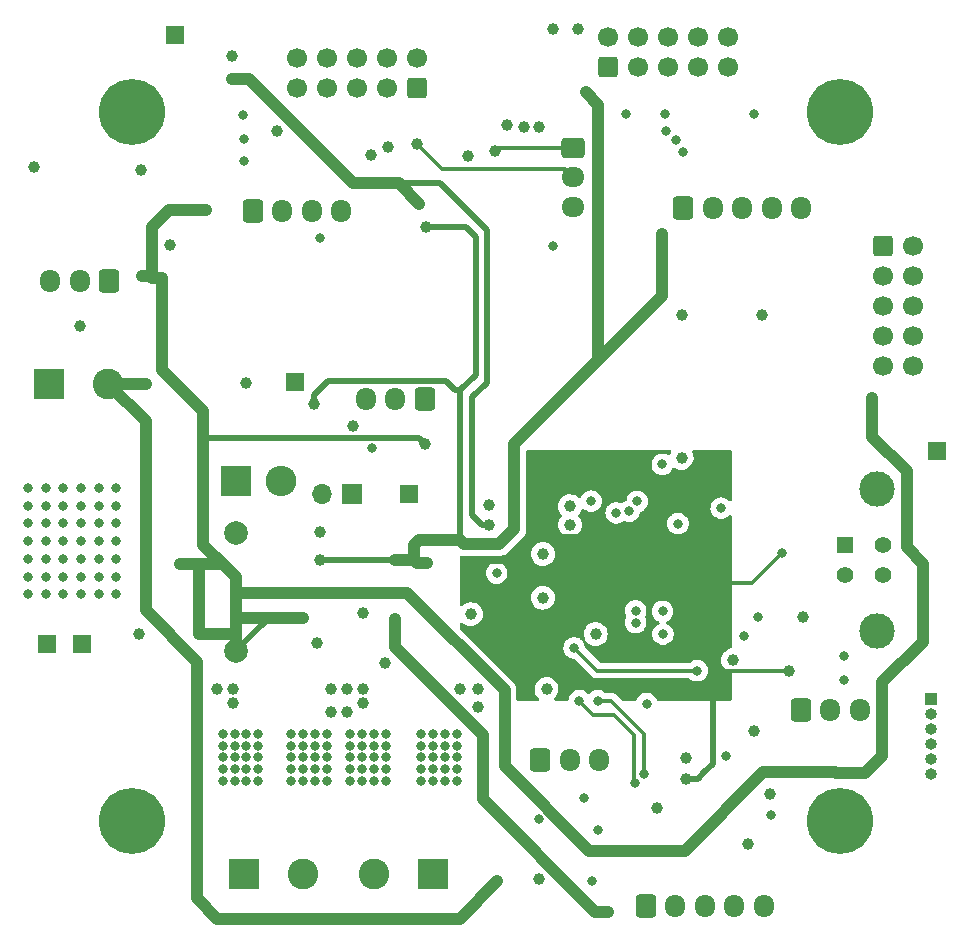
<source format=gbr>
%TF.GenerationSoftware,KiCad,Pcbnew,6.0.10*%
%TF.CreationDate,2023-01-12T17:29:40+03:00*%
%TF.ProjectId,nitrogen,6e697472-6f67-4656-9e2e-6b696361645f,rev?*%
%TF.SameCoordinates,Original*%
%TF.FileFunction,Copper,L3,Inr*%
%TF.FilePolarity,Positive*%
%FSLAX46Y46*%
G04 Gerber Fmt 4.6, Leading zero omitted, Abs format (unit mm)*
G04 Created by KiCad (PCBNEW 6.0.10) date 2023-01-12 17:29:40*
%MOMM*%
%LPD*%
G01*
G04 APERTURE LIST*
G04 Aperture macros list*
%AMRoundRect*
0 Rectangle with rounded corners*
0 $1 Rounding radius*
0 $2 $3 $4 $5 $6 $7 $8 $9 X,Y pos of 4 corners*
0 Add a 4 corners polygon primitive as box body*
4,1,4,$2,$3,$4,$5,$6,$7,$8,$9,$2,$3,0*
0 Add four circle primitives for the rounded corners*
1,1,$1+$1,$2,$3*
1,1,$1+$1,$4,$5*
1,1,$1+$1,$6,$7*
1,1,$1+$1,$8,$9*
0 Add four rect primitives between the rounded corners*
20,1,$1+$1,$2,$3,$4,$5,0*
20,1,$1+$1,$4,$5,$6,$7,0*
20,1,$1+$1,$6,$7,$8,$9,0*
20,1,$1+$1,$8,$9,$2,$3,0*%
G04 Aperture macros list end*
%TA.AperFunction,ComponentPad*%
%ADD10R,1.400000X1.400000*%
%TD*%
%TA.AperFunction,ComponentPad*%
%ADD11C,1.400000*%
%TD*%
%TA.AperFunction,ComponentPad*%
%ADD12C,3.000000*%
%TD*%
%TA.AperFunction,ComponentPad*%
%ADD13C,5.600000*%
%TD*%
%TA.AperFunction,ComponentPad*%
%ADD14RoundRect,0.250000X-0.600000X-0.725000X0.600000X-0.725000X0.600000X0.725000X-0.600000X0.725000X0*%
%TD*%
%TA.AperFunction,ComponentPad*%
%ADD15O,1.700000X1.950000*%
%TD*%
%TA.AperFunction,ComponentPad*%
%ADD16C,2.600000*%
%TD*%
%TA.AperFunction,ComponentPad*%
%ADD17R,2.600000X2.600000*%
%TD*%
%TA.AperFunction,ComponentPad*%
%ADD18R,1.500000X1.500000*%
%TD*%
%TA.AperFunction,ComponentPad*%
%ADD19O,2.600000X2.600000*%
%TD*%
%TA.AperFunction,ComponentPad*%
%ADD20RoundRect,0.250000X-0.600000X-0.600000X0.600000X-0.600000X0.600000X0.600000X-0.600000X0.600000X0*%
%TD*%
%TA.AperFunction,ComponentPad*%
%ADD21C,1.700000*%
%TD*%
%TA.AperFunction,ComponentPad*%
%ADD22RoundRect,0.250000X0.600000X-0.600000X0.600000X0.600000X-0.600000X0.600000X-0.600000X-0.600000X0*%
%TD*%
%TA.AperFunction,ComponentPad*%
%ADD23RoundRect,0.250000X0.600000X0.725000X-0.600000X0.725000X-0.600000X-0.725000X0.600000X-0.725000X0*%
%TD*%
%TA.AperFunction,ComponentPad*%
%ADD24R,1.700000X1.700000*%
%TD*%
%TA.AperFunction,ComponentPad*%
%ADD25O,1.700000X1.700000*%
%TD*%
%TA.AperFunction,ComponentPad*%
%ADD26RoundRect,0.250000X-0.725000X0.600000X-0.725000X-0.600000X0.725000X-0.600000X0.725000X0.600000X0*%
%TD*%
%TA.AperFunction,ComponentPad*%
%ADD27O,1.950000X1.700000*%
%TD*%
%TA.AperFunction,ComponentPad*%
%ADD28C,2.000000*%
%TD*%
%TA.AperFunction,ComponentPad*%
%ADD29R,1.000000X1.000000*%
%TD*%
%TA.AperFunction,ComponentPad*%
%ADD30O,1.000000X1.000000*%
%TD*%
%TA.AperFunction,ViaPad*%
%ADD31C,0.800000*%
%TD*%
%TA.AperFunction,ViaPad*%
%ADD32C,1.000000*%
%TD*%
%TA.AperFunction,Conductor*%
%ADD33C,0.300000*%
%TD*%
%TA.AperFunction,Conductor*%
%ADD34C,1.000000*%
%TD*%
%TA.AperFunction,Conductor*%
%ADD35C,0.500000*%
%TD*%
G04 APERTURE END LIST*
D10*
%TO.N,/MCU/VB*%
%TO.C,J8*%
X169417500Y-91650000D03*
D11*
%TO.N,Net-(J8-Pad2)*%
X169417500Y-94150000D03*
%TO.N,Net-(J8-Pad3)*%
X172617500Y-94150000D03*
%TO.N,GND*%
X172617500Y-91650000D03*
D12*
X172127500Y-98920000D03*
X172127500Y-86880000D03*
%TD*%
D13*
%TO.N,N/C*%
%TO.C,H1*%
X169000000Y-55000000D03*
%TD*%
D14*
%TO.N,Net-(J15-Pad1)*%
%TO.C,J15*%
X165658800Y-105613200D03*
D15*
%TO.N,Net-(J15-Pad2)*%
X168158800Y-105613200D03*
%TO.N,GND*%
X170658800Y-105613200D03*
%TD*%
D16*
%TO.N,/P2*%
%TO.C,J3*%
X123500000Y-119490000D03*
D17*
%TO.N,/P3*%
X118500000Y-119490000D03*
%TD*%
D18*
%TO.N,Net-(C14-Pad1)*%
%TO.C,TP2*%
X122800000Y-77800000D03*
%TD*%
D17*
%TO.N,Net-(D12-Pad1)*%
%TO.C,D12*%
X117805000Y-86166000D03*
D19*
%TO.N,GND*%
X121615000Y-86166000D03*
%TD*%
D14*
%TO.N,/MCU/485B*%
%TO.C,J9*%
X152500000Y-122200000D03*
D15*
%TO.N,/MCU/485A*%
X155000000Y-122200000D03*
%TO.N,GND*%
X157500000Y-122200000D03*
%TO.N,/MCU/CANL*%
X160000000Y-122200000D03*
%TO.N,/MCU/CANH*%
X162500000Y-122200000D03*
%TD*%
D20*
%TO.N,Net-(J11-Pad1)*%
%TO.C,J11*%
X172647500Y-66320000D03*
D21*
%TO.N,Net-(J11-Pad2)*%
X175187500Y-66320000D03*
%TO.N,Net-(J11-Pad3)*%
X172647500Y-68860000D03*
%TO.N,Net-(J11-Pad4)*%
X175187500Y-68860000D03*
%TO.N,Net-(J11-Pad5)*%
X172647500Y-71400000D03*
%TO.N,Net-(J11-Pad6)*%
X175187500Y-71400000D03*
%TO.N,Net-(J11-Pad7)*%
X172647500Y-73940000D03*
%TO.N,Net-(J11-Pad8)*%
X175187500Y-73940000D03*
%TO.N,GND*%
X172647500Y-76480000D03*
X175187500Y-76480000D03*
%TD*%
D18*
%TO.N,+3.3VADC*%
%TO.C,TP6*%
X112623600Y-48412400D03*
%TD*%
D14*
%TO.N,GNDPWR*%
%TO.C,J6*%
X119233500Y-63359000D03*
D15*
%TO.N,Net-(J6-Pad2)*%
X121733500Y-63359000D03*
%TO.N,Net-(J6-Pad3)*%
X124233500Y-63359000D03*
%TO.N,/MCU/ADC_EXT*%
X126733500Y-63359000D03*
%TD*%
D22*
%TO.N,GNDPWR*%
%TO.C,J4*%
X133110000Y-52960000D03*
D21*
X133110000Y-50420000D03*
%TO.N,/MCU/ADC6*%
X130570000Y-52960000D03*
%TO.N,/MCU/ADC7*%
X130570000Y-50420000D03*
%TO.N,/MCU/ADC4*%
X128030000Y-52960000D03*
%TO.N,/MCU/ADC5*%
X128030000Y-50420000D03*
%TO.N,/MCU/ADC2*%
X125490000Y-52960000D03*
%TO.N,/MCU/ADC3*%
X125490000Y-50420000D03*
%TO.N,/MCU/ADC0*%
X122950000Y-52960000D03*
%TO.N,/MCU/ADC1*%
X122950000Y-50420000D03*
%TD*%
D23*
%TO.N,Net-(J5-Pad1)*%
%TO.C,J5*%
X133800000Y-79300000D03*
D15*
%TO.N,Net-(J5-Pad2)*%
X131300000Y-79300000D03*
%TO.N,GND*%
X128800000Y-79300000D03*
%TD*%
D18*
%TO.N,Net-(D5-Pad1)*%
%TO.C,TP1*%
X177200000Y-83700000D03*
%TD*%
D24*
%TO.N,Net-(J16-Pad1)*%
%TO.C,J16*%
X127650000Y-87300000D03*
D25*
%TO.N,Net-(J16-Pad2)*%
X125110000Y-87300000D03*
%TD*%
D17*
%TO.N,GND*%
%TO.C,J13*%
X102031000Y-77982000D03*
D16*
%TO.N,Vdrive*%
X107031000Y-77982000D03*
%TD*%
D26*
%TO.N,/MCU/ADC9*%
%TO.C,J1*%
X146400000Y-58000000D03*
D27*
%TO.N,/MCU/ADC8*%
X146400000Y-60500000D03*
%TO.N,GNDPWR*%
X146400000Y-63000000D03*
%TD*%
D17*
%TO.N,/P0*%
%TO.C,J2*%
X134500000Y-119500000D03*
D16*
%TO.N,/P1*%
X129500000Y-119500000D03*
%TD*%
D18*
%TO.N,+5V*%
%TO.C,TP4*%
X104800000Y-100000000D03*
%TD*%
D22*
%TO.N,Net-(J10-Pad1)*%
%TO.C,J10*%
X149320000Y-51152500D03*
D21*
%TO.N,GND*%
X149320000Y-48612500D03*
%TO.N,Net-(J10-Pad3)*%
X151860000Y-51152500D03*
%TO.N,Net-(J10-Pad4)*%
X151860000Y-48612500D03*
%TO.N,Net-(J10-Pad5)*%
X154400000Y-51152500D03*
%TO.N,Net-(J10-Pad6)*%
X154400000Y-48612500D03*
%TO.N,Net-(J10-Pad7)*%
X156940000Y-51152500D03*
%TO.N,Net-(J10-Pad8)*%
X156940000Y-48612500D03*
%TO.N,Net-(J10-Pad9)*%
X159480000Y-51152500D03*
%TO.N,GND*%
X159480000Y-48612500D03*
%TD*%
D13*
%TO.N,N/C*%
%TO.C,H3*%
X109000000Y-115000000D03*
%TD*%
%TO.N,N/C*%
%TO.C,H4*%
X169000000Y-115000000D03*
%TD*%
D18*
%TO.N,GND*%
%TO.C,TP3*%
X101800000Y-100000000D03*
%TD*%
%TO.N,+3.3V*%
%TO.C,TP5*%
X132500000Y-87300000D03*
%TD*%
D14*
%TO.N,Net-(J18-Pad1)*%
%TO.C,J18*%
X155700000Y-63100000D03*
D15*
%TO.N,Net-(J18-Pad2)*%
X158200000Y-63100000D03*
%TO.N,Net-(J18-Pad3)*%
X160700000Y-63100000D03*
%TO.N,Net-(J18-Pad4)*%
X163200000Y-63100000D03*
%TO.N,Net-(J18-Pad5)*%
X165700000Y-63100000D03*
%TD*%
D14*
%TO.N,Net-(J14-Pad1)*%
%TO.C,J14*%
X143600000Y-109800000D03*
D15*
%TO.N,Net-(J14-Pad2)*%
X146100000Y-109800000D03*
%TO.N,GND*%
X148600000Y-109800000D03*
%TD*%
D28*
%TO.N,+5V*%
%TO.C,L1*%
X117785000Y-100611000D03*
%TO.N,Net-(D12-Pad1)*%
X117785000Y-90611000D03*
%TD*%
D29*
%TO.N,/MCU/SWCLK*%
%TO.C,J7*%
X176631600Y-104648000D03*
D30*
%TO.N,/MCU/SWDIO*%
X176631600Y-105918000D03*
%TO.N,GND*%
X176631600Y-107188000D03*
%TO.N,Net-(J7-Pad4)*%
X176631600Y-108458000D03*
%TO.N,/MCU/BOOT0*%
X176631600Y-109728000D03*
%TO.N,/MCU/NRST*%
X176631600Y-110998000D03*
%TD*%
D13*
%TO.N,N/C*%
%TO.C,H2*%
X109000000Y-55000000D03*
%TD*%
D23*
%TO.N,Net-(J12-Pad1)*%
%TO.C,J12*%
X107100000Y-69300000D03*
D15*
%TO.N,Net-(J12-Pad2)*%
X104600000Y-69300000D03*
%TO.N,GND*%
X102100000Y-69300000D03*
%TD*%
D31*
%TO.N,/MCU/MCU3v3*%
X164024000Y-92314000D03*
D32*
%TO.N,GND*%
X165811200Y-97739200D03*
D31*
%TO.N,/MCU/VB*%
X161981300Y-97739200D03*
D32*
%TO.N,/MCU/MCU3v3*%
X164642800Y-102260400D03*
%TO.N,Vdrive*%
X114500000Y-120958000D03*
D31*
%TO.N,Net-(C21-Pad1)*%
X118450000Y-55200000D03*
X118465600Y-57253500D03*
%TO.N,VADCon*%
X118465600Y-59078500D03*
D32*
%TO.N,+3.3V*%
X147487500Y-53300000D03*
X124460000Y-79705200D03*
X133958062Y-93159438D03*
X133908800Y-64668400D03*
X104597200Y-73048500D03*
X153887500Y-67041700D03*
X149352000Y-122682000D03*
X124967600Y-92862400D03*
D31*
X153887500Y-65300000D03*
D32*
X131267600Y-92862400D03*
X131267600Y-97905700D03*
D31*
%TO.N,GND*%
X101700000Y-95800000D03*
X103200000Y-91300000D03*
X103200000Y-92800000D03*
D32*
X153492200Y-113893600D03*
D31*
X100200000Y-86800000D03*
X104700000Y-86800000D03*
X101700000Y-88300000D03*
D32*
X161188400Y-116941600D03*
X128574800Y-97383600D03*
X137718800Y-97485200D03*
D31*
X103200000Y-94300000D03*
D32*
X155905200Y-109678300D03*
D31*
X106200000Y-94300000D03*
D32*
X117551200Y-105003600D03*
D31*
X100200000Y-94300000D03*
D32*
X124967600Y-90562400D03*
X117551200Y-103784400D03*
X109600000Y-99150000D03*
X161695300Y-107391200D03*
X128574800Y-103784400D03*
D31*
X101700000Y-89800000D03*
D32*
X146800000Y-47900000D03*
X127203200Y-105765600D03*
D31*
X107700000Y-91300000D03*
D32*
X146099700Y-89916000D03*
D31*
X107700000Y-94300000D03*
D32*
X163068000Y-112674400D03*
D31*
X101700000Y-86800000D03*
X100200000Y-92800000D03*
D32*
X125845506Y-105770608D03*
D31*
X107700000Y-89800000D03*
X107700000Y-88300000D03*
X103200000Y-88300000D03*
X100200000Y-95800000D03*
X100200000Y-88300000D03*
D32*
X148285200Y-99161600D03*
D31*
X104700000Y-94300000D03*
X103200000Y-95800000D03*
D32*
X127700000Y-81587500D03*
X155550700Y-84277200D03*
D31*
X104700000Y-91300000D03*
X106200000Y-89800000D03*
D32*
X159917300Y-101371400D03*
D31*
X106200000Y-92800000D03*
X107700000Y-95800000D03*
D32*
X138277600Y-103784400D03*
X118674000Y-77901000D03*
D31*
X104700000Y-92800000D03*
X104700000Y-88300000D03*
D32*
X128574800Y-105003600D03*
D31*
X106200000Y-88300000D03*
D32*
X127220000Y-103800000D03*
D31*
X106200000Y-86800000D03*
D32*
X146099700Y-88341200D03*
X125848300Y-103800000D03*
X144118500Y-103824900D03*
D31*
X101700000Y-94300000D03*
X107700000Y-92800000D03*
X101700000Y-92800000D03*
X101700000Y-91300000D03*
X104700000Y-89800000D03*
X106200000Y-91300000D03*
X100200000Y-91300000D03*
D32*
X136780000Y-103800000D03*
D31*
X104700000Y-95800000D03*
X107700000Y-86800000D03*
X103200000Y-89800000D03*
X106200000Y-95800000D03*
X103200000Y-86800000D03*
D32*
X138277600Y-105359200D03*
X116230400Y-103784400D03*
X143459200Y-119938800D03*
D31*
X100200000Y-89800000D03*
D32*
X155600400Y-72136000D03*
X162356800Y-72136000D03*
%TO.N,/MCU/OSC_IN*%
X143814800Y-96084000D03*
%TO.N,/MCU/OSC_OUT*%
X143814800Y-92384000D03*
D31*
%TO.N,/MCU/NRST*%
X169316400Y-100990400D03*
X139900000Y-94000000D03*
X169316400Y-103073200D03*
%TO.N,/MCU/BOOT0*%
X156870400Y-102260400D03*
X146456400Y-100330000D03*
%TO.N,/MCU/MCU3v3*%
X158191200Y-101371400D03*
D32*
X142393500Y-103759000D03*
D31*
X144374700Y-89916000D03*
X144374700Y-88341200D03*
D32*
X155905200Y-111403300D03*
D31*
X139462500Y-97500000D03*
X157275700Y-84277200D03*
D32*
X137900000Y-93900000D03*
%TO.N,+5V*%
X171700000Y-79200000D03*
X167589200Y-110845600D03*
X109829600Y-68847800D03*
X113100000Y-93200000D03*
X123531800Y-97790000D03*
X133807200Y-83056100D03*
X115317900Y-63296800D03*
X114700000Y-99150000D03*
X171700000Y-80500000D03*
X168599312Y-110900688D03*
%TO.N,GNDPWR*%
X121300000Y-56600000D03*
X112250000Y-66262500D03*
X139242800Y-88239600D03*
X100700000Y-59600000D03*
X109800000Y-59900000D03*
X144700000Y-47900000D03*
D31*
%TO.N,Vdrive*%
X139900000Y-120100000D03*
D32*
X118500000Y-123250000D03*
D31*
X134350000Y-123250000D03*
D32*
X110165000Y-78003000D03*
%TO.N,/MCU/ADC2*%
X140800688Y-56099312D03*
%TO.N,/MCU/ADC4*%
X143500000Y-56200000D03*
%TO.N,/MCU/ADC6*%
X130700000Y-57900000D03*
%TO.N,/MCU/ADC8*%
X133110000Y-57660000D03*
%TO.N,/MCU/ADC9*%
X139750800Y-58300000D03*
%TO.N,/MCU/ADC7*%
X137464800Y-58724800D03*
%TO.N,/MCU/ADC5*%
X129235200Y-58623200D03*
%TO.N,/MCU/ADC3*%
X142200000Y-56200000D03*
D31*
%TO.N,/MCU/SWDIO*%
X160832800Y-99314000D03*
D32*
%TO.N,+3.3VADC*%
X133350000Y-62750000D03*
X117500000Y-50200000D03*
X139242800Y-89964600D03*
X117500000Y-52200000D03*
%TO.N,PWM3*%
X124663200Y-99923600D03*
%TO.N,PWM1*%
X130405500Y-101600000D03*
D31*
%TO.N,/MCU/Buzzer*%
X147900000Y-87900000D03*
X129300000Y-83400000D03*
%TO.N,/MCU/SPI2_MISO*%
X150012400Y-88900000D03*
X150876000Y-55168800D03*
%TO.N,/MCU/SPI2_SCK*%
X158902400Y-88493600D03*
X161645600Y-55168800D03*
%TO.N,/MCU/I2C1_SCL*%
X148463000Y-104800400D03*
X152391000Y-111016098D03*
%TO.N,/MCU/I2C1_SDA*%
X151649500Y-111800000D03*
X146888200Y-104800400D03*
%TO.N,/MCU/SCRN_DCRS*%
X153924000Y-84785200D03*
X155651200Y-58318400D03*
%TO.N,/MCU/SPI2_MOSI*%
X155244800Y-89814400D03*
X155041600Y-57353200D03*
%TO.N,/MCU/SCRN_RST*%
X151790400Y-87934800D03*
X154228800Y-56540400D03*
%TO.N,/MCU/SPI2_NSS*%
X151130000Y-88747600D03*
X154178000Y-55118000D03*
%TO.N,/MCU/CAN_RX*%
X159308800Y-109524800D03*
%TO.N,/MCU/CAN_TX*%
X152603200Y-105054400D03*
%TO.N,/MCU/U2Rx*%
X147269200Y-113080800D03*
%TO.N,/MCU/DE*%
X148488400Y-115722400D03*
%TO.N,/MCU/U2Tx*%
X143459200Y-114808000D03*
%TO.N,/P2*%
X124500000Y-111600000D03*
X123500000Y-109600000D03*
X124500000Y-109600000D03*
X125500000Y-110600000D03*
X122500000Y-109600000D03*
X125500000Y-108600000D03*
X122500000Y-107600000D03*
X122500000Y-110600000D03*
X123500000Y-111600000D03*
X125500000Y-111600000D03*
X122500000Y-111600000D03*
X122500000Y-108600000D03*
X124500000Y-107600000D03*
X125500000Y-107600000D03*
X123500000Y-110600000D03*
X124500000Y-108600000D03*
X123500000Y-108600000D03*
X125500000Y-109600000D03*
X123500000Y-107600000D03*
X124500000Y-110600000D03*
%TO.N,/P3*%
X116700000Y-107600000D03*
X118700000Y-109600000D03*
X116700000Y-108600000D03*
X118700000Y-110600000D03*
X117700000Y-110600000D03*
X119700000Y-111600000D03*
X116700000Y-111600000D03*
X119700000Y-109600000D03*
X119700000Y-108600000D03*
X117700000Y-111600000D03*
X118700000Y-108600000D03*
X117700000Y-107600000D03*
X118700000Y-111600000D03*
X116700000Y-109600000D03*
X119700000Y-110600000D03*
X116700000Y-110600000D03*
X118700000Y-107600000D03*
X117700000Y-109600000D03*
X119700000Y-107600000D03*
X117700000Y-108600000D03*
%TO.N,/P1*%
X130500000Y-111600000D03*
X128500000Y-109600000D03*
X128500000Y-108600000D03*
X127500000Y-108600000D03*
X129500000Y-110600000D03*
X127500000Y-109600000D03*
X129500000Y-108600000D03*
X130500000Y-109600000D03*
X127500000Y-111600000D03*
X130500000Y-107600000D03*
X130500000Y-108600000D03*
X130500000Y-110600000D03*
X129500000Y-109600000D03*
X127500000Y-110600000D03*
X129500000Y-111600000D03*
X127500000Y-107600000D03*
X128500000Y-107600000D03*
X128500000Y-110600000D03*
X128500000Y-111600000D03*
X129500000Y-107600000D03*
%TO.N,/P0*%
X135500000Y-110600000D03*
X136500000Y-109600000D03*
X135500000Y-111600000D03*
X135500000Y-109600000D03*
X134500000Y-108600000D03*
X133500000Y-108600000D03*
X133500000Y-107600000D03*
X136500000Y-111600000D03*
X136500000Y-107600000D03*
X134500000Y-107600000D03*
X134500000Y-109600000D03*
X136500000Y-108600000D03*
X135500000Y-108600000D03*
X133500000Y-111600000D03*
X134500000Y-111600000D03*
X134500000Y-110600000D03*
X133500000Y-109600000D03*
X136500000Y-110600000D03*
X133500000Y-110600000D03*
X135500000Y-107600000D03*
%TO.N,Net-(R44-Pad2)*%
X163100000Y-114486900D03*
%TO.N,Net-(C4-Pad2)*%
X147980400Y-120040400D03*
%TO.N,Net-(D8-Pad1)*%
X124921000Y-65659000D03*
X144678400Y-66294000D03*
%TO.N,/MCU/Tx*%
X151668900Y-97196897D03*
%TO.N,/MCU/Rx*%
X151668900Y-98196400D03*
%TO.N,/MCU/SCL*%
X153943900Y-97246400D03*
%TO.N,/MCU/SDA*%
X153974800Y-99161600D03*
%TD*%
D33*
%TO.N,/MCU/MCU3v3*%
X158300000Y-94800000D02*
X161538000Y-94800000D01*
X161538000Y-94800000D02*
X164024000Y-92314000D01*
D34*
%TO.N,+5V*%
X174600000Y-85400000D02*
X171700000Y-82500000D01*
X168599312Y-110900688D02*
X171090112Y-110900688D01*
X176000000Y-93200000D02*
X174600000Y-91800000D01*
X171090112Y-110900688D02*
X172541000Y-109449800D01*
X174600000Y-91800000D02*
X174600000Y-85400000D01*
X172541000Y-109449800D02*
X172541000Y-103259000D01*
X172541000Y-103259000D02*
X176000000Y-99800000D01*
X176000000Y-99800000D02*
X176000000Y-93200000D01*
X171700000Y-82500000D02*
X171700000Y-80500000D01*
D35*
%TO.N,/MCU/MCU3v3*%
X158191200Y-101371400D02*
X158191200Y-102057200D01*
X158191200Y-102057200D02*
X158191200Y-110144768D01*
D33*
X164642800Y-102260400D02*
X158394400Y-102260400D01*
X158394400Y-102260400D02*
X158191200Y-102057200D01*
D34*
%TO.N,Vdrive*%
X114500000Y-121500000D02*
X114500000Y-120958000D01*
X114500000Y-120958000D02*
X114500000Y-120200000D01*
%TO.N,+3.3VADC*%
X117500000Y-52200000D02*
X118900000Y-52200000D01*
X118900000Y-52200000D02*
X127710800Y-61010800D01*
X127710800Y-61010800D02*
X131610800Y-61010800D01*
D35*
%TO.N,+3.3V*%
X124460000Y-78892400D02*
X124460000Y-79705200D01*
X136800000Y-78532400D02*
X136800000Y-91200000D01*
D34*
X133958062Y-93159438D02*
X133189838Y-93159438D01*
D35*
X136800000Y-78532400D02*
X136342800Y-78532400D01*
X124967600Y-92862400D02*
X131267600Y-92862400D01*
D34*
X140106400Y-91541600D02*
X137141600Y-91541600D01*
X138709400Y-113157000D02*
X138709400Y-107721400D01*
D35*
X125577600Y-77774800D02*
X124460000Y-78892400D01*
D34*
X149910800Y-74523600D02*
X153887500Y-70546900D01*
X149352000Y-122682000D02*
X149067056Y-122682000D01*
D35*
X138125200Y-77207200D02*
X136800000Y-78532400D01*
X135585200Y-77774800D02*
X125577600Y-77774800D01*
D34*
X153887500Y-70546900D02*
X153887500Y-67041700D01*
X141376400Y-90271600D02*
X141376400Y-83049200D01*
X137141600Y-91541600D02*
X136800000Y-91200000D01*
D35*
X137261600Y-64668400D02*
X138125200Y-65532000D01*
D34*
X153887500Y-67041700D02*
X153887500Y-65300000D01*
X132892800Y-92862400D02*
X132892800Y-91592400D01*
D35*
X136342800Y-78532400D02*
X135585200Y-77774800D01*
D34*
X133285200Y-91200000D02*
X136800000Y-91200000D01*
X148234400Y-122682000D02*
X138709400Y-113157000D01*
X146608800Y-77825600D02*
X148259800Y-76174600D01*
X132892800Y-91592400D02*
X133285200Y-91200000D01*
X138709400Y-107721400D02*
X131267600Y-100279600D01*
X148515950Y-54328450D02*
X148515950Y-75918450D01*
X141376400Y-83049200D02*
X146600000Y-77825600D01*
X148259800Y-76174600D02*
X149910800Y-74523600D01*
X149352000Y-122682000D02*
X148234400Y-122682000D01*
X131267600Y-100279600D02*
X131267600Y-97905700D01*
X131267600Y-92862400D02*
X132892800Y-92862400D01*
D35*
X146600000Y-77825600D02*
X146608800Y-77825600D01*
D34*
X133189838Y-93159438D02*
X132892800Y-92862400D01*
X140106400Y-91541600D02*
X141376400Y-90271600D01*
D35*
X133908800Y-64668400D02*
X137261600Y-64668400D01*
D34*
X148515950Y-75918450D02*
X148259800Y-76174600D01*
D35*
X138125200Y-65532000D02*
X138125200Y-77207200D01*
D34*
X148515950Y-54328450D02*
X147487500Y-53300000D01*
D33*
%TO.N,/MCU/BOOT0*%
X148386800Y-102260400D02*
X146456400Y-100330000D01*
X156870400Y-102260400D02*
X148386800Y-102260400D01*
D35*
%TO.N,/MCU/MCU3v3*%
X142168000Y-92632000D02*
X141850000Y-92950000D01*
X142868000Y-90932000D02*
X151384000Y-90932000D01*
X142393500Y-101395700D02*
X142417800Y-101371400D01*
X158300000Y-94800000D02*
X157995200Y-94800000D01*
X151384000Y-90932000D02*
X151384000Y-92964000D01*
X142900400Y-88493600D02*
X142900400Y-89916000D01*
X142900400Y-89916000D02*
X142900400Y-90899600D01*
X142417800Y-100455300D02*
X139462500Y-97500000D01*
X141850000Y-92950000D02*
X138850000Y-92950000D01*
X155905200Y-111403300D02*
X156932669Y-111403300D01*
X151384000Y-92964000D02*
X153220000Y-94800000D01*
X158191200Y-94908800D02*
X158300000Y-94800000D01*
X143052800Y-88341200D02*
X142900400Y-88493600D01*
X158191200Y-110144768D02*
X157467984Y-110867984D01*
X142900400Y-90899600D02*
X142868000Y-90932000D01*
X142168000Y-91768000D02*
X142168000Y-92632000D01*
X139462500Y-97500000D02*
X139462500Y-95462500D01*
X142393500Y-103759000D02*
X142393500Y-101395700D01*
X144374700Y-88341200D02*
X143052800Y-88341200D01*
X158191200Y-100177600D02*
X158191200Y-94908800D01*
X142168000Y-91632000D02*
X142168000Y-91768000D01*
X142900400Y-89916000D02*
X144374700Y-89916000D01*
X142900400Y-90899600D02*
X142168000Y-91632000D01*
X151384000Y-90168900D02*
X151384000Y-90932000D01*
X156932669Y-111403300D02*
X157467984Y-110867984D01*
X142417800Y-101371400D02*
X142417800Y-100455300D01*
X153220000Y-94800000D02*
X157995200Y-94800000D01*
X158191200Y-101371400D02*
X158191200Y-100177600D01*
X139462500Y-95462500D02*
X137900000Y-93900000D01*
X157275700Y-84277200D02*
X151384000Y-90168900D01*
X137900000Y-93900000D02*
X138850000Y-92950000D01*
D34*
%TO.N,+5V*%
X117785000Y-96133800D02*
X117785000Y-95839400D01*
X117785000Y-95839400D02*
X117785000Y-94366200D01*
X111600000Y-76802000D02*
X115062000Y-80264000D01*
X117785000Y-100611000D02*
X117785000Y-99080200D01*
X117968000Y-95656400D02*
X132283200Y-95656400D01*
X110730400Y-69000000D02*
X110730400Y-64732800D01*
X117906800Y-97790000D02*
X117785000Y-97911800D01*
X117715200Y-99150000D02*
X117785000Y-99080200D01*
D35*
X109815800Y-68834000D02*
X109829600Y-68847800D01*
D34*
X114700000Y-93211600D02*
X114688400Y-93200000D01*
X114688400Y-93200000D02*
X116618800Y-93200000D01*
X140563400Y-103936600D02*
X140563400Y-110357256D01*
X116618800Y-93200000D02*
X116687600Y-93268800D01*
X113100000Y-93200000D02*
X114688400Y-93200000D01*
X109829600Y-68847800D02*
X110578200Y-68847800D01*
X114700000Y-99150000D02*
X114700000Y-93211600D01*
X140563400Y-110357256D02*
X147706144Y-117500000D01*
X117785000Y-97911800D02*
X117785000Y-96133800D01*
X132283200Y-95656400D02*
X140563400Y-103936600D01*
X147706144Y-117500000D02*
X155804000Y-117500000D01*
X123531800Y-97790000D02*
X117906800Y-97790000D01*
D35*
X133301589Y-82550489D02*
X133807200Y-83056100D01*
D34*
X162458400Y-110845600D02*
X167589200Y-110845600D01*
D35*
X115062000Y-82854800D02*
X115366311Y-82550489D01*
D34*
X115062000Y-91643200D02*
X115214400Y-91795600D01*
X167589200Y-110845600D02*
X168544224Y-110845600D01*
X114700000Y-99150000D02*
X117715200Y-99150000D01*
D35*
X115366311Y-82550489D02*
X133301589Y-82550489D01*
D34*
X117785000Y-95839400D02*
X117968000Y-95656400D01*
X112166400Y-63296800D02*
X115317900Y-63296800D01*
X168544224Y-110845600D02*
X168599312Y-110900688D01*
X117785000Y-94366200D02*
X116687600Y-93268800D01*
X110730400Y-64732800D02*
X110998000Y-64465200D01*
X111600000Y-76192400D02*
X111600000Y-76802000D01*
X155804000Y-117500000D02*
X162458400Y-110845600D01*
X111600000Y-69000000D02*
X110730400Y-69000000D01*
X116687600Y-93268800D02*
X115214400Y-91795600D01*
X117785000Y-99080200D02*
X117785000Y-97911800D01*
X110998000Y-64465200D02*
X112166400Y-63296800D01*
X115062000Y-80264000D02*
X115062000Y-82854800D01*
X111600000Y-76192400D02*
X111600000Y-69000000D01*
X171700000Y-80500000D02*
X171700000Y-79200000D01*
X115062000Y-82854800D02*
X115062000Y-91643200D01*
D35*
X120600029Y-97777334D02*
X117779029Y-100598334D01*
D34*
%TO.N,Vdrive*%
X114500000Y-120200000D02*
X114500000Y-101495200D01*
X139900000Y-120100000D02*
X136750000Y-123250000D01*
X110165000Y-81116000D02*
X110165000Y-82570200D01*
X110144000Y-77982000D02*
X110165000Y-78003000D01*
X110165000Y-97160200D02*
X110165000Y-82570200D01*
X116250000Y-123250000D02*
X118500000Y-123250000D01*
X107031000Y-77982000D02*
X110144000Y-77982000D01*
X114500000Y-101495200D02*
X110165000Y-97160200D01*
X116250000Y-123250000D02*
X114500000Y-121500000D01*
X136750000Y-123250000D02*
X118500000Y-123250000D01*
X107031000Y-77982000D02*
X110165000Y-81116000D01*
D33*
%TO.N,/MCU/ADC8*%
X145700000Y-59800000D02*
X135250000Y-59800000D01*
X135250000Y-59800000D02*
X133110000Y-57660000D01*
X146400000Y-60500000D02*
X145700000Y-59800000D01*
%TO.N,/MCU/ADC9*%
X140050800Y-58000000D02*
X139750800Y-58300000D01*
X146400000Y-58000000D02*
X140050800Y-58000000D01*
D35*
%TO.N,+3.3VADC*%
X135128000Y-61010800D02*
X131610800Y-61010800D01*
X139242800Y-89964600D02*
X138681800Y-89964600D01*
X137820400Y-79095600D02*
X139039600Y-77876400D01*
X139039600Y-77876400D02*
X139039600Y-64922400D01*
X138681800Y-89964600D02*
X137820400Y-89103200D01*
D34*
X133350000Y-62750000D02*
X131610800Y-61010800D01*
D35*
X137820400Y-89103200D02*
X137820400Y-79095600D01*
X139039600Y-64922400D02*
X135128000Y-61010800D01*
D33*
%TO.N,/MCU/I2C1_SCL*%
X152391000Y-107591000D02*
X152391000Y-111016098D01*
X149600400Y-104800400D02*
X152391000Y-107591000D01*
X148463000Y-104800400D02*
X149600400Y-104800400D01*
%TO.N,/MCU/I2C1_SDA*%
X151500000Y-111650500D02*
X151649500Y-111800000D01*
X148087800Y-106000000D02*
X149800000Y-106000000D01*
X146888200Y-104800400D02*
X148087800Y-106000000D01*
X151500000Y-111200000D02*
X151500000Y-111650500D01*
X151500000Y-107700000D02*
X151500000Y-111200000D01*
X149800000Y-106000000D02*
X151500000Y-107700000D01*
%TD*%
%TA.AperFunction,Conductor*%
%TO.N,/MCU/MCU3v3*%
G36*
X154627158Y-83620002D02*
G01*
X154673651Y-83673658D01*
X154683755Y-83743932D01*
X154669453Y-83786699D01*
X154619267Y-83877987D01*
X154617406Y-83883854D01*
X154617405Y-83883856D01*
X154597487Y-83946645D01*
X154557823Y-84005529D01*
X154492621Y-84033621D01*
X154422581Y-84022003D01*
X154403323Y-84010481D01*
X154386095Y-83997964D01*
X154380752Y-83994082D01*
X154374724Y-83991398D01*
X154374722Y-83991397D01*
X154212319Y-83919091D01*
X154212318Y-83919091D01*
X154206288Y-83916406D01*
X154086909Y-83891031D01*
X154025944Y-83878072D01*
X154025939Y-83878072D01*
X154019487Y-83876700D01*
X153828513Y-83876700D01*
X153822061Y-83878072D01*
X153822056Y-83878072D01*
X153761091Y-83891031D01*
X153641712Y-83916406D01*
X153635682Y-83919091D01*
X153635681Y-83919091D01*
X153473278Y-83991397D01*
X153473276Y-83991398D01*
X153467248Y-83994082D01*
X153461907Y-83997962D01*
X153461906Y-83997963D01*
X153444677Y-84010481D01*
X153312747Y-84106334D01*
X153184960Y-84248256D01*
X153089473Y-84413644D01*
X153030458Y-84595272D01*
X153010496Y-84785200D01*
X153030458Y-84975128D01*
X153089473Y-85156756D01*
X153184960Y-85322144D01*
X153312747Y-85464066D01*
X153467248Y-85576318D01*
X153473276Y-85579002D01*
X153473278Y-85579003D01*
X153635681Y-85651309D01*
X153641712Y-85653994D01*
X153735112Y-85673847D01*
X153822056Y-85692328D01*
X153822061Y-85692328D01*
X153828513Y-85693700D01*
X154019487Y-85693700D01*
X154025939Y-85692328D01*
X154025944Y-85692328D01*
X154112888Y-85673847D01*
X154206288Y-85653994D01*
X154212319Y-85651309D01*
X154374722Y-85579003D01*
X154374724Y-85579002D01*
X154380752Y-85576318D01*
X154535253Y-85464066D01*
X154663040Y-85322144D01*
X154758527Y-85156756D01*
X154760568Y-85150475D01*
X154763254Y-85144442D01*
X154765878Y-85145610D01*
X154798899Y-85097394D01*
X154864315Y-85069804D01*
X154934263Y-85081961D01*
X154960251Y-85099039D01*
X154972350Y-85109336D01*
X155144994Y-85205824D01*
X155333092Y-85266940D01*
X155529477Y-85290358D01*
X155535612Y-85289886D01*
X155535614Y-85289886D01*
X155720530Y-85275657D01*
X155720534Y-85275656D01*
X155726672Y-85275184D01*
X155917163Y-85221998D01*
X155922667Y-85219218D01*
X155922669Y-85219217D01*
X156088195Y-85135604D01*
X156088197Y-85135603D01*
X156093696Y-85132825D01*
X156249547Y-85011061D01*
X156378778Y-84861345D01*
X156476469Y-84689379D01*
X156538897Y-84501713D01*
X156563685Y-84305495D01*
X156564080Y-84277200D01*
X156544780Y-84080367D01*
X156487616Y-83891031D01*
X156431320Y-83785152D01*
X156417001Y-83715616D01*
X156442549Y-83649375D01*
X156499854Y-83607462D01*
X156542572Y-83600000D01*
X159674000Y-83600000D01*
X159742121Y-83620002D01*
X159788614Y-83673658D01*
X159800000Y-83726000D01*
X159800000Y-87804514D01*
X159779998Y-87872635D01*
X159726342Y-87919128D01*
X159656068Y-87929232D01*
X159591488Y-87899738D01*
X159580371Y-87888831D01*
X159513653Y-87814734D01*
X159359152Y-87702482D01*
X159353124Y-87699798D01*
X159353122Y-87699797D01*
X159190719Y-87627491D01*
X159190718Y-87627491D01*
X159184688Y-87624806D01*
X159091288Y-87604953D01*
X159004344Y-87586472D01*
X159004339Y-87586472D01*
X158997887Y-87585100D01*
X158806913Y-87585100D01*
X158800461Y-87586472D01*
X158800456Y-87586472D01*
X158713512Y-87604953D01*
X158620112Y-87624806D01*
X158614082Y-87627491D01*
X158614081Y-87627491D01*
X158451678Y-87699797D01*
X158451676Y-87699798D01*
X158445648Y-87702482D01*
X158291147Y-87814734D01*
X158286729Y-87819641D01*
X158286725Y-87819645D01*
X158171284Y-87947856D01*
X158163360Y-87956656D01*
X158118768Y-88033891D01*
X158082791Y-88096206D01*
X158067873Y-88122044D01*
X158008858Y-88303672D01*
X158008168Y-88310233D01*
X158008168Y-88310235D01*
X158001940Y-88369495D01*
X157988896Y-88493600D01*
X157989586Y-88500165D01*
X157997342Y-88573955D01*
X158008858Y-88683528D01*
X158067873Y-88865156D01*
X158071176Y-88870878D01*
X158071177Y-88870879D01*
X158092189Y-88907272D01*
X158163360Y-89030544D01*
X158167778Y-89035451D01*
X158167779Y-89035452D01*
X158262957Y-89141158D01*
X158291147Y-89172466D01*
X158344054Y-89210905D01*
X158435653Y-89277456D01*
X158445648Y-89284718D01*
X158451676Y-89287402D01*
X158451678Y-89287403D01*
X158603963Y-89355204D01*
X158620112Y-89362394D01*
X158713513Y-89382247D01*
X158800456Y-89400728D01*
X158800461Y-89400728D01*
X158806913Y-89402100D01*
X158997887Y-89402100D01*
X159004339Y-89400728D01*
X159004344Y-89400728D01*
X159091287Y-89382247D01*
X159184688Y-89362394D01*
X159200837Y-89355204D01*
X159353122Y-89287403D01*
X159353124Y-89287402D01*
X159359152Y-89284718D01*
X159369148Y-89277456D01*
X159460746Y-89210905D01*
X159513653Y-89172466D01*
X159580366Y-89098374D01*
X159640810Y-89061136D01*
X159711794Y-89062488D01*
X159770778Y-89102002D01*
X159799036Y-89167132D01*
X159800000Y-89182686D01*
X159800000Y-100260346D01*
X159779998Y-100328467D01*
X159726342Y-100374960D01*
X159709575Y-100381220D01*
X159537681Y-100431810D01*
X159532223Y-100434663D01*
X159532219Y-100434665D01*
X159472257Y-100466013D01*
X159362410Y-100523440D01*
X159208275Y-100647368D01*
X159081146Y-100798874D01*
X159078179Y-100804272D01*
X159078175Y-100804277D01*
X159046868Y-100861226D01*
X158985867Y-100972187D01*
X158984006Y-100978054D01*
X158984005Y-100978056D01*
X158973000Y-101012749D01*
X158926065Y-101160706D01*
X158904019Y-101357251D01*
X158920568Y-101554334D01*
X158928472Y-101581898D01*
X158970703Y-101729174D01*
X158975083Y-101744450D01*
X159065487Y-101920356D01*
X159188335Y-102075353D01*
X159338950Y-102203536D01*
X159511594Y-102300024D01*
X159517454Y-102301928D01*
X159693834Y-102359237D01*
X159693837Y-102359238D01*
X159699692Y-102361140D01*
X159702170Y-102361436D01*
X159763294Y-102394988D01*
X159797180Y-102457376D01*
X159800000Y-102483885D01*
X159800000Y-104674000D01*
X159779998Y-104742121D01*
X159726342Y-104788614D01*
X159674000Y-104800000D01*
X153567338Y-104800000D01*
X153499217Y-104779998D01*
X153452724Y-104726342D01*
X153447505Y-104712937D01*
X153439768Y-104689125D01*
X153439767Y-104689124D01*
X153437727Y-104682844D01*
X153342240Y-104517456D01*
X153315559Y-104487823D01*
X153218875Y-104380445D01*
X153218874Y-104380444D01*
X153214453Y-104375534D01*
X153059952Y-104263282D01*
X153053924Y-104260598D01*
X153053922Y-104260597D01*
X152891519Y-104188291D01*
X152891518Y-104188291D01*
X152885488Y-104185606D01*
X152779230Y-104163020D01*
X152705144Y-104147272D01*
X152705139Y-104147272D01*
X152698687Y-104145900D01*
X152507713Y-104145900D01*
X152501261Y-104147272D01*
X152501256Y-104147272D01*
X152427170Y-104163020D01*
X152320912Y-104185606D01*
X152314882Y-104188291D01*
X152314881Y-104188291D01*
X152152478Y-104260597D01*
X152152476Y-104260598D01*
X152146448Y-104263282D01*
X151991947Y-104375534D01*
X151987526Y-104380444D01*
X151987525Y-104380445D01*
X151890842Y-104487823D01*
X151864160Y-104517456D01*
X151768673Y-104682844D01*
X151766633Y-104689124D01*
X151766632Y-104689125D01*
X151758895Y-104712937D01*
X151718821Y-104771542D01*
X151653424Y-104799179D01*
X151639062Y-104800000D01*
X150583450Y-104800000D01*
X150515329Y-104779998D01*
X150494355Y-104763095D01*
X150124055Y-104392795D01*
X150116065Y-104384015D01*
X150116063Y-104384013D01*
X150111816Y-104377320D01*
X150060142Y-104328795D01*
X150057301Y-104326041D01*
X150036733Y-104305473D01*
X150033226Y-104302753D01*
X150024204Y-104295047D01*
X149996313Y-104268856D01*
X149990533Y-104263428D01*
X149983581Y-104259606D01*
X149971742Y-104253097D01*
X149955218Y-104242243D01*
X149944532Y-104233955D01*
X149938268Y-104229096D01*
X149930996Y-104225949D01*
X149930994Y-104225948D01*
X149895865Y-104210746D01*
X149885205Y-104205524D01*
X149851684Y-104187095D01*
X149851682Y-104187094D01*
X149844737Y-104183276D01*
X149823959Y-104177941D01*
X149805269Y-104171542D01*
X149785576Y-104163020D01*
X149739952Y-104155794D01*
X149728329Y-104153387D01*
X149699167Y-104145900D01*
X149683588Y-104141900D01*
X149662141Y-104141900D01*
X149642431Y-104140349D01*
X149629077Y-104138234D01*
X149621248Y-104136994D01*
X149575259Y-104141341D01*
X149563404Y-104141900D01*
X149143224Y-104141900D01*
X149075103Y-104121898D01*
X149069163Y-104117836D01*
X149068909Y-104117651D01*
X148919752Y-104009282D01*
X148913724Y-104006598D01*
X148913722Y-104006597D01*
X148751319Y-103934291D01*
X148751318Y-103934291D01*
X148745288Y-103931606D01*
X148651888Y-103911753D01*
X148564944Y-103893272D01*
X148564939Y-103893272D01*
X148558487Y-103891900D01*
X148367513Y-103891900D01*
X148361061Y-103893272D01*
X148361056Y-103893272D01*
X148274112Y-103911753D01*
X148180712Y-103931606D01*
X148174682Y-103934291D01*
X148174681Y-103934291D01*
X148012278Y-104006597D01*
X148012276Y-104006598D01*
X148006248Y-104009282D01*
X147851747Y-104121534D01*
X147788279Y-104192023D01*
X147769236Y-104213172D01*
X147708790Y-104250412D01*
X147637807Y-104249060D01*
X147581964Y-104213172D01*
X147562922Y-104192023D01*
X147499453Y-104121534D01*
X147344952Y-104009282D01*
X147338924Y-104006598D01*
X147338922Y-104006597D01*
X147176519Y-103934291D01*
X147176518Y-103934291D01*
X147170488Y-103931606D01*
X147077088Y-103911753D01*
X146990144Y-103893272D01*
X146990139Y-103893272D01*
X146983687Y-103891900D01*
X146792713Y-103891900D01*
X146786261Y-103893272D01*
X146786256Y-103893272D01*
X146699312Y-103911753D01*
X146605912Y-103931606D01*
X146599882Y-103934291D01*
X146599881Y-103934291D01*
X146437478Y-104006597D01*
X146437476Y-104006598D01*
X146431448Y-104009282D01*
X146276947Y-104121534D01*
X146272526Y-104126444D01*
X146272525Y-104126445D01*
X146162789Y-104248320D01*
X146149160Y-104263456D01*
X146112210Y-104327455D01*
X146082634Y-104378683D01*
X146053673Y-104428844D01*
X145994658Y-104610472D01*
X145987052Y-104682844D01*
X145986597Y-104687170D01*
X145959584Y-104752827D01*
X145901363Y-104793457D01*
X145861287Y-104800000D01*
X144874505Y-104800000D01*
X144806384Y-104779998D01*
X144759891Y-104726342D01*
X144749787Y-104656068D01*
X144779281Y-104591488D01*
X144796927Y-104574715D01*
X144817347Y-104558761D01*
X144946578Y-104409045D01*
X145044269Y-104237079D01*
X145106697Y-104049413D01*
X145131485Y-103853195D01*
X145131880Y-103824900D01*
X145112580Y-103628067D01*
X145055416Y-103438731D01*
X144962566Y-103264104D01*
X144850346Y-103126509D01*
X144841460Y-103115613D01*
X144841457Y-103115610D01*
X144837565Y-103110838D01*
X144831224Y-103105592D01*
X144689925Y-102988699D01*
X144689921Y-102988697D01*
X144685175Y-102984770D01*
X144511201Y-102890702D01*
X144322268Y-102832218D01*
X144316143Y-102831574D01*
X144316142Y-102831574D01*
X144131704Y-102812189D01*
X144131702Y-102812189D01*
X144125575Y-102811545D01*
X144048526Y-102818557D01*
X143934751Y-102828911D01*
X143934748Y-102828912D01*
X143928612Y-102829470D01*
X143922706Y-102831208D01*
X143922702Y-102831209D01*
X143876490Y-102844810D01*
X143738881Y-102885310D01*
X143733423Y-102888163D01*
X143733419Y-102888165D01*
X143673560Y-102919459D01*
X143563610Y-102976940D01*
X143409475Y-103100868D01*
X143282346Y-103252374D01*
X143279379Y-103257772D01*
X143279375Y-103257777D01*
X143211589Y-103381082D01*
X143187067Y-103425687D01*
X143185206Y-103431554D01*
X143185205Y-103431556D01*
X143143972Y-103561540D01*
X143127265Y-103614206D01*
X143105219Y-103810751D01*
X143105735Y-103816895D01*
X143119837Y-103984835D01*
X143121768Y-104007834D01*
X143123467Y-104013758D01*
X143170984Y-104179469D01*
X143176283Y-104197950D01*
X143266687Y-104373856D01*
X143389535Y-104528853D01*
X143394228Y-104532847D01*
X143394229Y-104532848D01*
X143447337Y-104578046D01*
X143486250Y-104637428D01*
X143486881Y-104708422D01*
X143449030Y-104768487D01*
X143384714Y-104798553D01*
X143365674Y-104800000D01*
X141697900Y-104800000D01*
X141629779Y-104779998D01*
X141583286Y-104726342D01*
X141571900Y-104674000D01*
X141571900Y-103998442D01*
X141572637Y-103984835D01*
X141576059Y-103953337D01*
X141576059Y-103953332D01*
X141576724Y-103947211D01*
X141572350Y-103897209D01*
X141572021Y-103892384D01*
X141571900Y-103889913D01*
X141571900Y-103886831D01*
X141567709Y-103844089D01*
X141567587Y-103842774D01*
X141560023Y-103756319D01*
X141559487Y-103750187D01*
X141558000Y-103745068D01*
X141557480Y-103739767D01*
X141530609Y-103650766D01*
X141530274Y-103649633D01*
X141506030Y-103566186D01*
X141506028Y-103566182D01*
X141504309Y-103560264D01*
X141501856Y-103555532D01*
X141500316Y-103550431D01*
X141456669Y-103468340D01*
X141456057Y-103467174D01*
X141416129Y-103390147D01*
X141413292Y-103384674D01*
X141409969Y-103380511D01*
X141407466Y-103375804D01*
X141348645Y-103303682D01*
X141347954Y-103302826D01*
X141316662Y-103263627D01*
X141314158Y-103261123D01*
X141313516Y-103260405D01*
X141309815Y-103256072D01*
X141282465Y-103222538D01*
X141247137Y-103193312D01*
X141238358Y-103185323D01*
X139038266Y-100985231D01*
X138383035Y-100330000D01*
X145542896Y-100330000D01*
X145543586Y-100336565D01*
X145553897Y-100434665D01*
X145562858Y-100519928D01*
X145621873Y-100701556D01*
X145717360Y-100866944D01*
X145721778Y-100871851D01*
X145721779Y-100871852D01*
X145823866Y-100985231D01*
X145845147Y-101008866D01*
X145999648Y-101121118D01*
X146005676Y-101123802D01*
X146005678Y-101123803D01*
X146102308Y-101166825D01*
X146174112Y-101198794D01*
X146267512Y-101218647D01*
X146354456Y-101237128D01*
X146354461Y-101237128D01*
X146360913Y-101238500D01*
X146381450Y-101238500D01*
X146449571Y-101258502D01*
X146470545Y-101275405D01*
X147863145Y-102668005D01*
X147871135Y-102676785D01*
X147875384Y-102683480D01*
X147881162Y-102688906D01*
X147881163Y-102688907D01*
X147927057Y-102732004D01*
X147929899Y-102734759D01*
X147950467Y-102755327D01*
X147953970Y-102758044D01*
X147962995Y-102765752D01*
X147996667Y-102797372D01*
X148003618Y-102801193D01*
X148003619Y-102801194D01*
X148015458Y-102807703D01*
X148031982Y-102818557D01*
X148042071Y-102826382D01*
X148048932Y-102831704D01*
X148056204Y-102834851D01*
X148056206Y-102834852D01*
X148091335Y-102850054D01*
X148101995Y-102855276D01*
X148135464Y-102873676D01*
X148142463Y-102877524D01*
X148163241Y-102882859D01*
X148181931Y-102889258D01*
X148201624Y-102897780D01*
X148245396Y-102904713D01*
X148247248Y-102905006D01*
X148258871Y-102907413D01*
X148286872Y-102914602D01*
X148303612Y-102918900D01*
X148325059Y-102918900D01*
X148344769Y-102920451D01*
X148365952Y-102923806D01*
X148411941Y-102919459D01*
X148423796Y-102918900D01*
X156190176Y-102918900D01*
X156258297Y-102938902D01*
X156264234Y-102942962D01*
X156276729Y-102952040D01*
X156392027Y-103035809D01*
X156413648Y-103051518D01*
X156419676Y-103054202D01*
X156419678Y-103054203D01*
X156556184Y-103114979D01*
X156588112Y-103129194D01*
X156681512Y-103149047D01*
X156768456Y-103167528D01*
X156768461Y-103167528D01*
X156774913Y-103168900D01*
X156965887Y-103168900D01*
X156972339Y-103167528D01*
X156972344Y-103167528D01*
X157059288Y-103149047D01*
X157152688Y-103129194D01*
X157184616Y-103114979D01*
X157321122Y-103054203D01*
X157321124Y-103054202D01*
X157327152Y-103051518D01*
X157348774Y-103035809D01*
X157382557Y-103011264D01*
X157481653Y-102939266D01*
X157510334Y-102907413D01*
X157605021Y-102802252D01*
X157605022Y-102802251D01*
X157609440Y-102797344D01*
X157704927Y-102631956D01*
X157763942Y-102450328D01*
X157769759Y-102394988D01*
X157783214Y-102266965D01*
X157783904Y-102260400D01*
X157777508Y-102199543D01*
X157764632Y-102077035D01*
X157764632Y-102077033D01*
X157763942Y-102070472D01*
X157704927Y-101888844D01*
X157674131Y-101835503D01*
X157662021Y-101814529D01*
X157609440Y-101723456D01*
X157481653Y-101581534D01*
X157327152Y-101469282D01*
X157321124Y-101466598D01*
X157321122Y-101466597D01*
X157158719Y-101394291D01*
X157158718Y-101394291D01*
X157152688Y-101391606D01*
X157057627Y-101371400D01*
X156972344Y-101353272D01*
X156972339Y-101353272D01*
X156965887Y-101351900D01*
X156774913Y-101351900D01*
X156768461Y-101353272D01*
X156768456Y-101353272D01*
X156683173Y-101371400D01*
X156588112Y-101391606D01*
X156582082Y-101394291D01*
X156582081Y-101394291D01*
X156419678Y-101466597D01*
X156419676Y-101466598D01*
X156413648Y-101469282D01*
X156264492Y-101577651D01*
X156264237Y-101577836D01*
X156197369Y-101601694D01*
X156190176Y-101601900D01*
X148711750Y-101601900D01*
X148643629Y-101581898D01*
X148622655Y-101564995D01*
X147399370Y-100341710D01*
X147365344Y-100279398D01*
X147363155Y-100265786D01*
X147350632Y-100146636D01*
X147350632Y-100146635D01*
X147349942Y-100140072D01*
X147327944Y-100072368D01*
X147308793Y-100013429D01*
X147290927Y-99958444D01*
X147285381Y-99948837D01*
X147239683Y-99869687D01*
X147226934Y-99817137D01*
X147203636Y-99803646D01*
X147196848Y-99795494D01*
X147195440Y-99793056D01*
X147191018Y-99788145D01*
X147191016Y-99788142D01*
X147072075Y-99656045D01*
X147072074Y-99656044D01*
X147067653Y-99651134D01*
X146961183Y-99573779D01*
X146918494Y-99542763D01*
X146918493Y-99542762D01*
X146913152Y-99538882D01*
X146907124Y-99536198D01*
X146907122Y-99536197D01*
X146744719Y-99463891D01*
X146744718Y-99463891D01*
X146738688Y-99461206D01*
X146627147Y-99437497D01*
X146558344Y-99422872D01*
X146558339Y-99422872D01*
X146551887Y-99421500D01*
X146360913Y-99421500D01*
X146354461Y-99422872D01*
X146354456Y-99422872D01*
X146285653Y-99437497D01*
X146174112Y-99461206D01*
X146168082Y-99463891D01*
X146168081Y-99463891D01*
X146005678Y-99536197D01*
X146005676Y-99536198D01*
X145999648Y-99538882D01*
X145994307Y-99542762D01*
X145994306Y-99542763D01*
X145951617Y-99573779D01*
X145845147Y-99651134D01*
X145840726Y-99656044D01*
X145840725Y-99656045D01*
X145721785Y-99788142D01*
X145717360Y-99793056D01*
X145714059Y-99798774D01*
X145627420Y-99948837D01*
X145621873Y-99958444D01*
X145562858Y-100140072D01*
X145562168Y-100146633D01*
X145562168Y-100146635D01*
X145548214Y-100279398D01*
X145542896Y-100330000D01*
X138383035Y-100330000D01*
X137200485Y-99147451D01*
X147271919Y-99147451D01*
X147272435Y-99153595D01*
X147281893Y-99266226D01*
X147288468Y-99344534D01*
X147342983Y-99534650D01*
X147400853Y-99647251D01*
X147407002Y-99659216D01*
X147415807Y-99705214D01*
X147435752Y-99715496D01*
X147447548Y-99728423D01*
X147556235Y-99865553D01*
X147560928Y-99869547D01*
X147560929Y-99869548D01*
X147654094Y-99948837D01*
X147706850Y-99993736D01*
X147879494Y-100090224D01*
X148067592Y-100151340D01*
X148263977Y-100174758D01*
X148270112Y-100174286D01*
X148270114Y-100174286D01*
X148455030Y-100160057D01*
X148455034Y-100160056D01*
X148461172Y-100159584D01*
X148651663Y-100106398D01*
X148657167Y-100103618D01*
X148657169Y-100103617D01*
X148822695Y-100020004D01*
X148822697Y-100020003D01*
X148828196Y-100017225D01*
X148984047Y-99895461D01*
X149113278Y-99745745D01*
X149210969Y-99573779D01*
X149273397Y-99386113D01*
X149298185Y-99189895D01*
X149298580Y-99161600D01*
X149279280Y-98964767D01*
X149222116Y-98775431D01*
X149129266Y-98600804D01*
X149033723Y-98483657D01*
X149008160Y-98452313D01*
X149008157Y-98452310D01*
X149004265Y-98447538D01*
X148997924Y-98442292D01*
X148856625Y-98325399D01*
X148856621Y-98325397D01*
X148851875Y-98321470D01*
X148677901Y-98227402D01*
X148577749Y-98196400D01*
X150755396Y-98196400D01*
X150756086Y-98202965D01*
X150773693Y-98370482D01*
X150775358Y-98386328D01*
X150834373Y-98567956D01*
X150837676Y-98573678D01*
X150837677Y-98573679D01*
X150849685Y-98594477D01*
X150929860Y-98733344D01*
X150934278Y-98738251D01*
X150934279Y-98738252D01*
X150975355Y-98783871D01*
X151057647Y-98875266D01*
X151212148Y-98987518D01*
X151218176Y-98990202D01*
X151218178Y-98990203D01*
X151380581Y-99062509D01*
X151386612Y-99065194D01*
X151480012Y-99085047D01*
X151566956Y-99103528D01*
X151566961Y-99103528D01*
X151573413Y-99104900D01*
X151764387Y-99104900D01*
X151770839Y-99103528D01*
X151770844Y-99103528D01*
X151857788Y-99085047D01*
X151951188Y-99065194D01*
X151957219Y-99062509D01*
X152119622Y-98990203D01*
X152119624Y-98990202D01*
X152125652Y-98987518D01*
X152280153Y-98875266D01*
X152362445Y-98783871D01*
X152403521Y-98738252D01*
X152403522Y-98738251D01*
X152407940Y-98733344D01*
X152488115Y-98594477D01*
X152500123Y-98573679D01*
X152500124Y-98573678D01*
X152503427Y-98567956D01*
X152562442Y-98386328D01*
X152564108Y-98370482D01*
X152581714Y-98202965D01*
X152582404Y-98196400D01*
X152578042Y-98154900D01*
X152563132Y-98013035D01*
X152563132Y-98013033D01*
X152562442Y-98006472D01*
X152503427Y-97824844D01*
X152465785Y-97759647D01*
X152449048Y-97690655D01*
X152465786Y-97633649D01*
X152500123Y-97574176D01*
X152500124Y-97574175D01*
X152503427Y-97568453D01*
X152562442Y-97386825D01*
X152577201Y-97246400D01*
X153030396Y-97246400D01*
X153050358Y-97436328D01*
X153109373Y-97617956D01*
X153204860Y-97783344D01*
X153209278Y-97788251D01*
X153209279Y-97788252D01*
X153302267Y-97891526D01*
X153332647Y-97925266D01*
X153487148Y-98037518D01*
X153493176Y-98040202D01*
X153493178Y-98040203D01*
X153617989Y-98095772D01*
X153672085Y-98141752D01*
X153692734Y-98209679D01*
X153673382Y-98277987D01*
X153617988Y-98325986D01*
X153524081Y-98367795D01*
X153524074Y-98367799D01*
X153518048Y-98370482D01*
X153363547Y-98482734D01*
X153235760Y-98624656D01*
X153140273Y-98790044D01*
X153081258Y-98971672D01*
X153080568Y-98978233D01*
X153080568Y-98978235D01*
X153067255Y-99104900D01*
X153061296Y-99161600D01*
X153061986Y-99168165D01*
X153072293Y-99266226D01*
X153081258Y-99351528D01*
X153140273Y-99533156D01*
X153143576Y-99538878D01*
X153143577Y-99538879D01*
X153163727Y-99573779D01*
X153235760Y-99698544D01*
X153240178Y-99703451D01*
X153240179Y-99703452D01*
X153262663Y-99728423D01*
X153363547Y-99840466D01*
X153518048Y-99952718D01*
X153524076Y-99955402D01*
X153524078Y-99955403D01*
X153686481Y-100027709D01*
X153692512Y-100030394D01*
X153785912Y-100050247D01*
X153872856Y-100068728D01*
X153872861Y-100068728D01*
X153879313Y-100070100D01*
X154070287Y-100070100D01*
X154076739Y-100068728D01*
X154076744Y-100068728D01*
X154163688Y-100050247D01*
X154257088Y-100030394D01*
X154263119Y-100027709D01*
X154425522Y-99955403D01*
X154425524Y-99955402D01*
X154431552Y-99952718D01*
X154586053Y-99840466D01*
X154686937Y-99728423D01*
X154709421Y-99703452D01*
X154709422Y-99703451D01*
X154713840Y-99698544D01*
X154785873Y-99573779D01*
X154806023Y-99538879D01*
X154806024Y-99538878D01*
X154809327Y-99533156D01*
X154868342Y-99351528D01*
X154877308Y-99266226D01*
X154887614Y-99168165D01*
X154888304Y-99161600D01*
X154882345Y-99104900D01*
X154869032Y-98978235D01*
X154869032Y-98978233D01*
X154868342Y-98971672D01*
X154809327Y-98790044D01*
X154713840Y-98624656D01*
X154586053Y-98482734D01*
X154431552Y-98370482D01*
X154425524Y-98367798D01*
X154425522Y-98367797D01*
X154300711Y-98312228D01*
X154246615Y-98266248D01*
X154225966Y-98198321D01*
X154245318Y-98130013D01*
X154300712Y-98082014D01*
X154394619Y-98040205D01*
X154394626Y-98040201D01*
X154400652Y-98037518D01*
X154555153Y-97925266D01*
X154585533Y-97891526D01*
X154678521Y-97788252D01*
X154678522Y-97788251D01*
X154682940Y-97783344D01*
X154778427Y-97617956D01*
X154837442Y-97436328D01*
X154857404Y-97246400D01*
X154841642Y-97096429D01*
X154838132Y-97063035D01*
X154838132Y-97063033D01*
X154837442Y-97056472D01*
X154778427Y-96874844D01*
X154682940Y-96709456D01*
X154645744Y-96668145D01*
X154559575Y-96572445D01*
X154559574Y-96572444D01*
X154555153Y-96567534D01*
X154448886Y-96490326D01*
X154405994Y-96459163D01*
X154405993Y-96459162D01*
X154400652Y-96455282D01*
X154394624Y-96452598D01*
X154394622Y-96452597D01*
X154232219Y-96380291D01*
X154232218Y-96380291D01*
X154226188Y-96377606D01*
X154132787Y-96357753D01*
X154045844Y-96339272D01*
X154045839Y-96339272D01*
X154039387Y-96337900D01*
X153848413Y-96337900D01*
X153841961Y-96339272D01*
X153841956Y-96339272D01*
X153755013Y-96357753D01*
X153661612Y-96377606D01*
X153655582Y-96380291D01*
X153655581Y-96380291D01*
X153493178Y-96452597D01*
X153493176Y-96452598D01*
X153487148Y-96455282D01*
X153481807Y-96459162D01*
X153481806Y-96459163D01*
X153438914Y-96490326D01*
X153332647Y-96567534D01*
X153328226Y-96572444D01*
X153328225Y-96572445D01*
X153242057Y-96668145D01*
X153204860Y-96709456D01*
X153109373Y-96874844D01*
X153050358Y-97056472D01*
X153049668Y-97063033D01*
X153049668Y-97063035D01*
X153046158Y-97096429D01*
X153030396Y-97246400D01*
X152577201Y-97246400D01*
X152582404Y-97196897D01*
X152570152Y-97080326D01*
X152563132Y-97013532D01*
X152563132Y-97013530D01*
X152562442Y-97006969D01*
X152503427Y-96825341D01*
X152499109Y-96817861D01*
X152464146Y-96757304D01*
X152407940Y-96659953D01*
X152390968Y-96641103D01*
X152284575Y-96522942D01*
X152284574Y-96522941D01*
X152280153Y-96518031D01*
X152125652Y-96405779D01*
X152119624Y-96403095D01*
X152119622Y-96403094D01*
X151957219Y-96330788D01*
X151957218Y-96330788D01*
X151951188Y-96328103D01*
X151830233Y-96302393D01*
X151770844Y-96289769D01*
X151770839Y-96289769D01*
X151764387Y-96288397D01*
X151573413Y-96288397D01*
X151566961Y-96289769D01*
X151566956Y-96289769D01*
X151507567Y-96302393D01*
X151386612Y-96328103D01*
X151380582Y-96330788D01*
X151380581Y-96330788D01*
X151218178Y-96403094D01*
X151218176Y-96403095D01*
X151212148Y-96405779D01*
X151057647Y-96518031D01*
X151053226Y-96522941D01*
X151053225Y-96522942D01*
X150946833Y-96641103D01*
X150929860Y-96659953D01*
X150873654Y-96757304D01*
X150838692Y-96817861D01*
X150834373Y-96825341D01*
X150775358Y-97006969D01*
X150774668Y-97013530D01*
X150774668Y-97013532D01*
X150767648Y-97080326D01*
X150755396Y-97196897D01*
X150775358Y-97386825D01*
X150834373Y-97568453D01*
X150872014Y-97633649D01*
X150888752Y-97702642D01*
X150872014Y-97759648D01*
X150834373Y-97824844D01*
X150775358Y-98006472D01*
X150774668Y-98013033D01*
X150774668Y-98013035D01*
X150759758Y-98154900D01*
X150755396Y-98196400D01*
X148577749Y-98196400D01*
X148488968Y-98168918D01*
X148482843Y-98168274D01*
X148482842Y-98168274D01*
X148298404Y-98148889D01*
X148298402Y-98148889D01*
X148292275Y-98148245D01*
X148219149Y-98154900D01*
X148101451Y-98165611D01*
X148101448Y-98165612D01*
X148095312Y-98166170D01*
X148089406Y-98167908D01*
X148089402Y-98167909D01*
X148029069Y-98185666D01*
X147905581Y-98222010D01*
X147900123Y-98224863D01*
X147900119Y-98224865D01*
X147820962Y-98266248D01*
X147730310Y-98313640D01*
X147576175Y-98437568D01*
X147449046Y-98589074D01*
X147446079Y-98594472D01*
X147446075Y-98594477D01*
X147426341Y-98630374D01*
X147353767Y-98762387D01*
X147351906Y-98768254D01*
X147351905Y-98768256D01*
X147316728Y-98879149D01*
X147293965Y-98950906D01*
X147271919Y-99147451D01*
X137200485Y-99147451D01*
X136836904Y-98783870D01*
X136802879Y-98721559D01*
X136800000Y-98694776D01*
X136800000Y-98300280D01*
X136820002Y-98232159D01*
X136873658Y-98185666D01*
X136943932Y-98175562D01*
X137007663Y-98204326D01*
X137094215Y-98277987D01*
X137140450Y-98317336D01*
X137313094Y-98413824D01*
X137501192Y-98474940D01*
X137697577Y-98498358D01*
X137703712Y-98497886D01*
X137703714Y-98497886D01*
X137888630Y-98483657D01*
X137888634Y-98483656D01*
X137894772Y-98483184D01*
X138085263Y-98429998D01*
X138090767Y-98427218D01*
X138090769Y-98427217D01*
X138256295Y-98343604D01*
X138256297Y-98343603D01*
X138261796Y-98340825D01*
X138417647Y-98219061D01*
X138524067Y-98095772D01*
X138542849Y-98074013D01*
X138542850Y-98074011D01*
X138546878Y-98069345D01*
X138644569Y-97897379D01*
X138706997Y-97709713D01*
X138731785Y-97513495D01*
X138732180Y-97485200D01*
X138712880Y-97288367D01*
X138702192Y-97252965D01*
X138687246Y-97203462D01*
X138655716Y-97099031D01*
X138562866Y-96924404D01*
X138479066Y-96821655D01*
X138441760Y-96775913D01*
X138441757Y-96775910D01*
X138437865Y-96771138D01*
X138433116Y-96767209D01*
X138290225Y-96648999D01*
X138290221Y-96648997D01*
X138285475Y-96645070D01*
X138111501Y-96551002D01*
X137922568Y-96492518D01*
X137916443Y-96491874D01*
X137916442Y-96491874D01*
X137732004Y-96472489D01*
X137732002Y-96472489D01*
X137725875Y-96471845D01*
X137643376Y-96479353D01*
X137535051Y-96489211D01*
X137535048Y-96489212D01*
X137528912Y-96489770D01*
X137523006Y-96491508D01*
X137523002Y-96491509D01*
X137446081Y-96514148D01*
X137339181Y-96545610D01*
X137333723Y-96548463D01*
X137333719Y-96548465D01*
X137242947Y-96595920D01*
X137163910Y-96637240D01*
X137009775Y-96761168D01*
X137009147Y-96760387D01*
X136951492Y-96791089D01*
X136880733Y-96785283D01*
X136824346Y-96742143D01*
X136800234Y-96675367D01*
X136800000Y-96667695D01*
X136800000Y-96069851D01*
X142801519Y-96069851D01*
X142802035Y-96075995D01*
X142813147Y-96208326D01*
X142818068Y-96266934D01*
X142872583Y-96457050D01*
X142962987Y-96632956D01*
X143085835Y-96787953D01*
X143236450Y-96916136D01*
X143409094Y-97012624D01*
X143597192Y-97073740D01*
X143793577Y-97097158D01*
X143799712Y-97096686D01*
X143799714Y-97096686D01*
X143984630Y-97082457D01*
X143984634Y-97082456D01*
X143990772Y-97081984D01*
X144181263Y-97028798D01*
X144186767Y-97026018D01*
X144186769Y-97026017D01*
X144352295Y-96942404D01*
X144352297Y-96942403D01*
X144357796Y-96939625D01*
X144513647Y-96817861D01*
X144642878Y-96668145D01*
X144740569Y-96496179D01*
X144802997Y-96308513D01*
X144827785Y-96112295D01*
X144828180Y-96084000D01*
X144808880Y-95887167D01*
X144751716Y-95697831D01*
X144658866Y-95523204D01*
X144588509Y-95436938D01*
X144537760Y-95374713D01*
X144537757Y-95374710D01*
X144533865Y-95369938D01*
X144527524Y-95364692D01*
X144386225Y-95247799D01*
X144386221Y-95247797D01*
X144381475Y-95243870D01*
X144207501Y-95149802D01*
X144018568Y-95091318D01*
X144012443Y-95090674D01*
X144012442Y-95090674D01*
X143828004Y-95071289D01*
X143828002Y-95071289D01*
X143821875Y-95070645D01*
X143739376Y-95078153D01*
X143631051Y-95088011D01*
X143631048Y-95088012D01*
X143624912Y-95088570D01*
X143619006Y-95090308D01*
X143619002Y-95090309D01*
X143513876Y-95121249D01*
X143435181Y-95144410D01*
X143429723Y-95147263D01*
X143429719Y-95147265D01*
X143338947Y-95194720D01*
X143259910Y-95236040D01*
X143105775Y-95359968D01*
X142978646Y-95511474D01*
X142975679Y-95516872D01*
X142975675Y-95516877D01*
X142972197Y-95523204D01*
X142883367Y-95684787D01*
X142881506Y-95690654D01*
X142881505Y-95690656D01*
X142833238Y-95842813D01*
X142823565Y-95873306D01*
X142801519Y-96069851D01*
X136800000Y-96069851D01*
X136800000Y-94000000D01*
X138986496Y-94000000D01*
X139006458Y-94189928D01*
X139065473Y-94371556D01*
X139160960Y-94536944D01*
X139165378Y-94541851D01*
X139165379Y-94541852D01*
X139273236Y-94661639D01*
X139288747Y-94678866D01*
X139443248Y-94791118D01*
X139449276Y-94793802D01*
X139449278Y-94793803D01*
X139495309Y-94814297D01*
X139617712Y-94868794D01*
X139711112Y-94888647D01*
X139798056Y-94907128D01*
X139798061Y-94907128D01*
X139804513Y-94908500D01*
X139995487Y-94908500D01*
X140001939Y-94907128D01*
X140001944Y-94907128D01*
X140088887Y-94888647D01*
X140182288Y-94868794D01*
X140304691Y-94814297D01*
X140350722Y-94793803D01*
X140350724Y-94793802D01*
X140356752Y-94791118D01*
X140511253Y-94678866D01*
X140526764Y-94661639D01*
X140634621Y-94541852D01*
X140634622Y-94541851D01*
X140639040Y-94536944D01*
X140734527Y-94371556D01*
X140793542Y-94189928D01*
X140813504Y-94000000D01*
X140793542Y-93810072D01*
X140734527Y-93628444D01*
X140639040Y-93463056D01*
X140566469Y-93382457D01*
X140515675Y-93326045D01*
X140515674Y-93326044D01*
X140511253Y-93321134D01*
X140356752Y-93208882D01*
X140350724Y-93206198D01*
X140350722Y-93206197D01*
X140188319Y-93133891D01*
X140188318Y-93133891D01*
X140182288Y-93131206D01*
X140088888Y-93111353D01*
X140001944Y-93092872D01*
X140001939Y-93092872D01*
X139995487Y-93091500D01*
X139804513Y-93091500D01*
X139798061Y-93092872D01*
X139798056Y-93092872D01*
X139711112Y-93111353D01*
X139617712Y-93131206D01*
X139611682Y-93133891D01*
X139611681Y-93133891D01*
X139449278Y-93206197D01*
X139449276Y-93206198D01*
X139443248Y-93208882D01*
X139288747Y-93321134D01*
X139284326Y-93326044D01*
X139284325Y-93326045D01*
X139233532Y-93382457D01*
X139160960Y-93463056D01*
X139065473Y-93628444D01*
X139006458Y-93810072D01*
X138986496Y-94000000D01*
X136800000Y-94000000D01*
X136800000Y-92659825D01*
X136820002Y-92591704D01*
X136873658Y-92545211D01*
X136941047Y-92537447D01*
X136941297Y-92534987D01*
X136953800Y-92536257D01*
X137033857Y-92544390D01*
X137034993Y-92544511D01*
X137068608Y-92548281D01*
X137081330Y-92549708D01*
X137081334Y-92549708D01*
X137084827Y-92550100D01*
X137088354Y-92550100D01*
X137089339Y-92550155D01*
X137095019Y-92550602D01*
X137124425Y-92553589D01*
X137131937Y-92554352D01*
X137131939Y-92554352D01*
X137138062Y-92554974D01*
X137183708Y-92550659D01*
X137195567Y-92550100D01*
X140044557Y-92550100D01*
X140058164Y-92550837D01*
X140089662Y-92554259D01*
X140089667Y-92554259D01*
X140095788Y-92554924D01*
X140122038Y-92552627D01*
X140145788Y-92550550D01*
X140150614Y-92550221D01*
X140153086Y-92550100D01*
X140156169Y-92550100D01*
X140168138Y-92548926D01*
X140198906Y-92545910D01*
X140200219Y-92545788D01*
X140244484Y-92541915D01*
X140292813Y-92537687D01*
X140297932Y-92536200D01*
X140303233Y-92535680D01*
X140392234Y-92508809D01*
X140393367Y-92508474D01*
X140476814Y-92484230D01*
X140476818Y-92484228D01*
X140482736Y-92482509D01*
X140487468Y-92480056D01*
X140492569Y-92478516D01*
X140498012Y-92475622D01*
X140574660Y-92434869D01*
X140575826Y-92434257D01*
X140652853Y-92394329D01*
X140658326Y-92391492D01*
X140662489Y-92388169D01*
X140667196Y-92385666D01*
X140686587Y-92369851D01*
X142801519Y-92369851D01*
X142802035Y-92375995D01*
X142817064Y-92554974D01*
X142818068Y-92566934D01*
X142872583Y-92757050D01*
X142962987Y-92932956D01*
X143085835Y-93087953D01*
X143090528Y-93091947D01*
X143090529Y-93091948D01*
X143227927Y-93208882D01*
X143236450Y-93216136D01*
X143409094Y-93312624D01*
X143597192Y-93373740D01*
X143793577Y-93397158D01*
X143799712Y-93396686D01*
X143799714Y-93396686D01*
X143984630Y-93382457D01*
X143984634Y-93382456D01*
X143990772Y-93381984D01*
X144181263Y-93328798D01*
X144186767Y-93326018D01*
X144186769Y-93326017D01*
X144352295Y-93242404D01*
X144352297Y-93242403D01*
X144357796Y-93239625D01*
X144513647Y-93117861D01*
X144642878Y-92968145D01*
X144740569Y-92796179D01*
X144802997Y-92608513D01*
X144827785Y-92412295D01*
X144828074Y-92391601D01*
X144828131Y-92387523D01*
X144828131Y-92387520D01*
X144828180Y-92384000D01*
X144808880Y-92187167D01*
X144751716Y-91997831D01*
X144658866Y-91823204D01*
X144588509Y-91736938D01*
X144537760Y-91674713D01*
X144537757Y-91674710D01*
X144533865Y-91669938D01*
X144527524Y-91664692D01*
X144386225Y-91547799D01*
X144386221Y-91547797D01*
X144381475Y-91543870D01*
X144207501Y-91449802D01*
X144018568Y-91391318D01*
X144012443Y-91390674D01*
X144012442Y-91390674D01*
X143828004Y-91371289D01*
X143828002Y-91371289D01*
X143821875Y-91370645D01*
X143739376Y-91378153D01*
X143631051Y-91388011D01*
X143631048Y-91388012D01*
X143624912Y-91388570D01*
X143619006Y-91390308D01*
X143619002Y-91390309D01*
X143513876Y-91421249D01*
X143435181Y-91444410D01*
X143429723Y-91447263D01*
X143429719Y-91447265D01*
X143338947Y-91494720D01*
X143259910Y-91536040D01*
X143105775Y-91659968D01*
X142978646Y-91811474D01*
X142975679Y-91816872D01*
X142975675Y-91816877D01*
X142972197Y-91823204D01*
X142883367Y-91984787D01*
X142881506Y-91990654D01*
X142881505Y-91990656D01*
X142867072Y-92036154D01*
X142823565Y-92173306D01*
X142801519Y-92369851D01*
X140686587Y-92369851D01*
X140739318Y-92326845D01*
X140740174Y-92326154D01*
X140779373Y-92294862D01*
X140781877Y-92292358D01*
X140782595Y-92291716D01*
X140786928Y-92288015D01*
X140820462Y-92260665D01*
X140849688Y-92225337D01*
X140857677Y-92216558D01*
X142045779Y-91028455D01*
X142055922Y-91019353D01*
X142080618Y-90999497D01*
X142085425Y-90995632D01*
X142117720Y-90957144D01*
X142120878Y-90953525D01*
X142122524Y-90951710D01*
X142124709Y-90949525D01*
X142126664Y-90947145D01*
X142126673Y-90947135D01*
X142151949Y-90916364D01*
X142152791Y-90915349D01*
X142197172Y-90862457D01*
X142212554Y-90844126D01*
X142215123Y-90839452D01*
X142218502Y-90835339D01*
X142262375Y-90753515D01*
X142262984Y-90752393D01*
X142263673Y-90751141D01*
X142307833Y-90670813D01*
X142309445Y-90665731D01*
X142311962Y-90661037D01*
X142339162Y-90572069D01*
X142339508Y-90570958D01*
X142351620Y-90532779D01*
X142367635Y-90482294D01*
X142368229Y-90476998D01*
X142369787Y-90471902D01*
X142379190Y-90379343D01*
X142379311Y-90378207D01*
X142384900Y-90328373D01*
X142384900Y-90324846D01*
X142384955Y-90323861D01*
X142385402Y-90318181D01*
X142389774Y-90275138D01*
X142385459Y-90229491D01*
X142384900Y-90217633D01*
X142384900Y-89901851D01*
X145086419Y-89901851D01*
X145102968Y-90098934D01*
X145104667Y-90104858D01*
X145153494Y-90275138D01*
X145157483Y-90289050D01*
X145247887Y-90464956D01*
X145370735Y-90619953D01*
X145375428Y-90623947D01*
X145375429Y-90623948D01*
X145491698Y-90722900D01*
X145521350Y-90748136D01*
X145693994Y-90844624D01*
X145882092Y-90905740D01*
X146078477Y-90929158D01*
X146084612Y-90928686D01*
X146084614Y-90928686D01*
X146269530Y-90914457D01*
X146269534Y-90914456D01*
X146275672Y-90913984D01*
X146466163Y-90860798D01*
X146471667Y-90858018D01*
X146471669Y-90858017D01*
X146637195Y-90774404D01*
X146637197Y-90774403D01*
X146642696Y-90771625D01*
X146798547Y-90649861D01*
X146900056Y-90532261D01*
X146923749Y-90504813D01*
X146923750Y-90504811D01*
X146927778Y-90500145D01*
X147025469Y-90328179D01*
X147087897Y-90140513D01*
X147112685Y-89944295D01*
X147113080Y-89916000D01*
X147103118Y-89814400D01*
X154331296Y-89814400D01*
X154331986Y-89820965D01*
X154345317Y-89947799D01*
X154351258Y-90004328D01*
X154410273Y-90185956D01*
X154505760Y-90351344D01*
X154510178Y-90356251D01*
X154510179Y-90356252D01*
X154623668Y-90482294D01*
X154633547Y-90493266D01*
X154788048Y-90605518D01*
X154794076Y-90608202D01*
X154794078Y-90608203D01*
X154956481Y-90680509D01*
X154962512Y-90683194D01*
X155055912Y-90703047D01*
X155142856Y-90721528D01*
X155142861Y-90721528D01*
X155149313Y-90722900D01*
X155340287Y-90722900D01*
X155346739Y-90721528D01*
X155346744Y-90721528D01*
X155433688Y-90703047D01*
X155527088Y-90683194D01*
X155533119Y-90680509D01*
X155695522Y-90608203D01*
X155695524Y-90608202D01*
X155701552Y-90605518D01*
X155856053Y-90493266D01*
X155865932Y-90482294D01*
X155979421Y-90356252D01*
X155979422Y-90356251D01*
X155983840Y-90351344D01*
X156079327Y-90185956D01*
X156138342Y-90004328D01*
X156144284Y-89947799D01*
X156157614Y-89820965D01*
X156158304Y-89814400D01*
X156153403Y-89767767D01*
X156139032Y-89631035D01*
X156139032Y-89631033D01*
X156138342Y-89624472D01*
X156079327Y-89442844D01*
X155983840Y-89277456D01*
X155963903Y-89255313D01*
X155860475Y-89140445D01*
X155860474Y-89140444D01*
X155856053Y-89135534D01*
X155730925Y-89044623D01*
X155706894Y-89027163D01*
X155706893Y-89027162D01*
X155701552Y-89023282D01*
X155695524Y-89020598D01*
X155695522Y-89020597D01*
X155533119Y-88948291D01*
X155533118Y-88948291D01*
X155527088Y-88945606D01*
X155406547Y-88919984D01*
X155346744Y-88907272D01*
X155346739Y-88907272D01*
X155340287Y-88905900D01*
X155149313Y-88905900D01*
X155142861Y-88907272D01*
X155142856Y-88907272D01*
X155083053Y-88919984D01*
X154962512Y-88945606D01*
X154956482Y-88948291D01*
X154956481Y-88948291D01*
X154794078Y-89020597D01*
X154794076Y-89020598D01*
X154788048Y-89023282D01*
X154782707Y-89027162D01*
X154782706Y-89027163D01*
X154758675Y-89044623D01*
X154633547Y-89135534D01*
X154629126Y-89140444D01*
X154629125Y-89140445D01*
X154525698Y-89255313D01*
X154505760Y-89277456D01*
X154410273Y-89442844D01*
X154351258Y-89624472D01*
X154350568Y-89631033D01*
X154350568Y-89631035D01*
X154336197Y-89767767D01*
X154331296Y-89814400D01*
X147103118Y-89814400D01*
X147093780Y-89719167D01*
X147085312Y-89691118D01*
X147052593Y-89582749D01*
X147036616Y-89529831D01*
X146943766Y-89355204D01*
X146822559Y-89206590D01*
X146795005Y-89141158D01*
X146807200Y-89071217D01*
X146824820Y-89044623D01*
X146826756Y-89042380D01*
X146927778Y-88925345D01*
X146942176Y-88900000D01*
X149098896Y-88900000D01*
X149099586Y-88906565D01*
X149113861Y-89042380D01*
X149118858Y-89089928D01*
X149177873Y-89271556D01*
X149181176Y-89277278D01*
X149181177Y-89277279D01*
X149185472Y-89284718D01*
X149273360Y-89436944D01*
X149277778Y-89441851D01*
X149277779Y-89441852D01*
X149367415Y-89541403D01*
X149401147Y-89578866D01*
X149555648Y-89691118D01*
X149561676Y-89693802D01*
X149561678Y-89693803D01*
X149724081Y-89766109D01*
X149730112Y-89768794D01*
X149823512Y-89788647D01*
X149910456Y-89807128D01*
X149910461Y-89807128D01*
X149916913Y-89808500D01*
X150107887Y-89808500D01*
X150114339Y-89807128D01*
X150114344Y-89807128D01*
X150201287Y-89788647D01*
X150294688Y-89768794D01*
X150300719Y-89766109D01*
X150463122Y-89693803D01*
X150463124Y-89693802D01*
X150469152Y-89691118D01*
X150517350Y-89656100D01*
X150617907Y-89583041D01*
X150684775Y-89559182D01*
X150743217Y-89569870D01*
X150847712Y-89616394D01*
X150941113Y-89636247D01*
X151028056Y-89654728D01*
X151028061Y-89654728D01*
X151034513Y-89656100D01*
X151225487Y-89656100D01*
X151231939Y-89654728D01*
X151231944Y-89654728D01*
X151318888Y-89636247D01*
X151412288Y-89616394D01*
X151418319Y-89613709D01*
X151580722Y-89541403D01*
X151580724Y-89541402D01*
X151586752Y-89538718D01*
X151608860Y-89522656D01*
X151710060Y-89449129D01*
X151741253Y-89426466D01*
X151798944Y-89362394D01*
X151864621Y-89289452D01*
X151864622Y-89289451D01*
X151869040Y-89284544D01*
X151933748Y-89172466D01*
X151961223Y-89124879D01*
X151961224Y-89124878D01*
X151964527Y-89119156D01*
X152023542Y-88937528D01*
X152026722Y-88907272D01*
X152028294Y-88892321D01*
X152055308Y-88826664D01*
X152102355Y-88790386D01*
X152241122Y-88728603D01*
X152241124Y-88728602D01*
X152247152Y-88725918D01*
X152271370Y-88708323D01*
X152349195Y-88651779D01*
X152401653Y-88613666D01*
X152529440Y-88471744D01*
X152597587Y-88353711D01*
X152621623Y-88312079D01*
X152621624Y-88312078D01*
X152624927Y-88306356D01*
X152683942Y-88124728D01*
X152685608Y-88108882D01*
X152703214Y-87941365D01*
X152703904Y-87934800D01*
X152697370Y-87872635D01*
X152684632Y-87751435D01*
X152684632Y-87751433D01*
X152683942Y-87744872D01*
X152624927Y-87563244D01*
X152529440Y-87397856D01*
X152503255Y-87368774D01*
X152406075Y-87260845D01*
X152406074Y-87260844D01*
X152401653Y-87255934D01*
X152247152Y-87143682D01*
X152241124Y-87140998D01*
X152241122Y-87140997D01*
X152078719Y-87068691D01*
X152078718Y-87068691D01*
X152072688Y-87066006D01*
X151979288Y-87046153D01*
X151892344Y-87027672D01*
X151892339Y-87027672D01*
X151885887Y-87026300D01*
X151694913Y-87026300D01*
X151688461Y-87027672D01*
X151688456Y-87027672D01*
X151601512Y-87046153D01*
X151508112Y-87066006D01*
X151502082Y-87068691D01*
X151502081Y-87068691D01*
X151339678Y-87140997D01*
X151339676Y-87140998D01*
X151333648Y-87143682D01*
X151179147Y-87255934D01*
X151174726Y-87260844D01*
X151174725Y-87260845D01*
X151077546Y-87368774D01*
X151051360Y-87397856D01*
X150955873Y-87563244D01*
X150896858Y-87744872D01*
X150896168Y-87751435D01*
X150896168Y-87751436D01*
X150892106Y-87790079D01*
X150865092Y-87855736D01*
X150818045Y-87892014D01*
X150679278Y-87953797D01*
X150679276Y-87953798D01*
X150673248Y-87956482D01*
X150667907Y-87960362D01*
X150667906Y-87960363D01*
X150524493Y-88064559D01*
X150457625Y-88088418D01*
X150399183Y-88077730D01*
X150300719Y-88033891D01*
X150300718Y-88033891D01*
X150294688Y-88031206D01*
X150201287Y-88011353D01*
X150114344Y-87992872D01*
X150114339Y-87992872D01*
X150107887Y-87991500D01*
X149916913Y-87991500D01*
X149910461Y-87992872D01*
X149910456Y-87992872D01*
X149823512Y-88011353D01*
X149730112Y-88031206D01*
X149724082Y-88033891D01*
X149724081Y-88033891D01*
X149561678Y-88106197D01*
X149561676Y-88106198D01*
X149555648Y-88108882D01*
X149550307Y-88112762D01*
X149550306Y-88112763D01*
X149525885Y-88130506D01*
X149401147Y-88221134D01*
X149396726Y-88226044D01*
X149396725Y-88226045D01*
X149326830Y-88303672D01*
X149273360Y-88363056D01*
X149234002Y-88431226D01*
X149201781Y-88487035D01*
X149177873Y-88528444D01*
X149118858Y-88710072D01*
X149118168Y-88716633D01*
X149118168Y-88716635D01*
X149108657Y-88807128D01*
X149098896Y-88900000D01*
X146942176Y-88900000D01*
X147025469Y-88753379D01*
X147070553Y-88617851D01*
X147111034Y-88559527D01*
X147176622Y-88532347D01*
X147246493Y-88544942D01*
X147279168Y-88569825D01*
X147279423Y-88569541D01*
X147282865Y-88572641D01*
X147283744Y-88573310D01*
X147288747Y-88578866D01*
X147342405Y-88617851D01*
X147425467Y-88678199D01*
X147443248Y-88691118D01*
X147449276Y-88693802D01*
X147449278Y-88693803D01*
X147611681Y-88766109D01*
X147617712Y-88768794D01*
X147711112Y-88788647D01*
X147798056Y-88807128D01*
X147798061Y-88807128D01*
X147804513Y-88808500D01*
X147995487Y-88808500D01*
X148001939Y-88807128D01*
X148001944Y-88807128D01*
X148088887Y-88788647D01*
X148182288Y-88768794D01*
X148188319Y-88766109D01*
X148350722Y-88693803D01*
X148350724Y-88693802D01*
X148356752Y-88691118D01*
X148374534Y-88678199D01*
X148457595Y-88617851D01*
X148511253Y-88578866D01*
X148607706Y-88471744D01*
X148634621Y-88441852D01*
X148634622Y-88441851D01*
X148639040Y-88436944D01*
X148718064Y-88300071D01*
X148731223Y-88277279D01*
X148731224Y-88277278D01*
X148734527Y-88271556D01*
X148793542Y-88089928D01*
X148796209Y-88064559D01*
X148812814Y-87906565D01*
X148813504Y-87900000D01*
X148808852Y-87855736D01*
X148794232Y-87716635D01*
X148794232Y-87716633D01*
X148793542Y-87710072D01*
X148734527Y-87528444D01*
X148639040Y-87363056D01*
X148629301Y-87352239D01*
X148515675Y-87226045D01*
X148515674Y-87226044D01*
X148511253Y-87221134D01*
X148356752Y-87108882D01*
X148350724Y-87106198D01*
X148350722Y-87106197D01*
X148188319Y-87033891D01*
X148188318Y-87033891D01*
X148182288Y-87031206D01*
X148088888Y-87011353D01*
X148001944Y-86992872D01*
X148001939Y-86992872D01*
X147995487Y-86991500D01*
X147804513Y-86991500D01*
X147798061Y-86992872D01*
X147798056Y-86992872D01*
X147711112Y-87011353D01*
X147617712Y-87031206D01*
X147611682Y-87033891D01*
X147611681Y-87033891D01*
X147449278Y-87106197D01*
X147449276Y-87106198D01*
X147443248Y-87108882D01*
X147288747Y-87221134D01*
X147284326Y-87226044D01*
X147284325Y-87226045D01*
X147170700Y-87352239D01*
X147160960Y-87363056D01*
X147065473Y-87528444D01*
X147046619Y-87586472D01*
X147043670Y-87595547D01*
X147003597Y-87654153D01*
X146938200Y-87681790D01*
X146868243Y-87669683D01*
X146826193Y-87636246D01*
X146818765Y-87627138D01*
X146812424Y-87621892D01*
X146671125Y-87504999D01*
X146671121Y-87504997D01*
X146666375Y-87501070D01*
X146492401Y-87407002D01*
X146303468Y-87348518D01*
X146297343Y-87347874D01*
X146297342Y-87347874D01*
X146112904Y-87328489D01*
X146112902Y-87328489D01*
X146106775Y-87327845D01*
X146024276Y-87335353D01*
X145915951Y-87345211D01*
X145915948Y-87345212D01*
X145909812Y-87345770D01*
X145903906Y-87347508D01*
X145903902Y-87347509D01*
X145798776Y-87378449D01*
X145720081Y-87401610D01*
X145714623Y-87404463D01*
X145714619Y-87404465D01*
X145623847Y-87451920D01*
X145544810Y-87493240D01*
X145390675Y-87617168D01*
X145263546Y-87768674D01*
X145260579Y-87774072D01*
X145260575Y-87774077D01*
X145191493Y-87899738D01*
X145168267Y-87941987D01*
X145166406Y-87947854D01*
X145166405Y-87947856D01*
X145114093Y-88112763D01*
X145108465Y-88130506D01*
X145086419Y-88327051D01*
X145086935Y-88333195D01*
X145098089Y-88466026D01*
X145102968Y-88524134D01*
X145104667Y-88530058D01*
X145154485Y-88703794D01*
X145157483Y-88714250D01*
X145168529Y-88735743D01*
X145231809Y-88858871D01*
X145247887Y-88890156D01*
X145369589Y-89043707D01*
X145370735Y-89045153D01*
X145370460Y-89045371D01*
X145401831Y-89105275D01*
X145395537Y-89175992D01*
X145374785Y-89210905D01*
X145263546Y-89343474D01*
X145260579Y-89348872D01*
X145260575Y-89348877D01*
X145208917Y-89442844D01*
X145168267Y-89516787D01*
X145166406Y-89522654D01*
X145166405Y-89522656D01*
X145147250Y-89583041D01*
X145108465Y-89705306D01*
X145086419Y-89901851D01*
X142384900Y-89901851D01*
X142384900Y-83726000D01*
X142404902Y-83657879D01*
X142458558Y-83611386D01*
X142510900Y-83600000D01*
X154559037Y-83600000D01*
X154627158Y-83620002D01*
G37*
%TD.AperFunction*%
%TD*%
M02*

</source>
